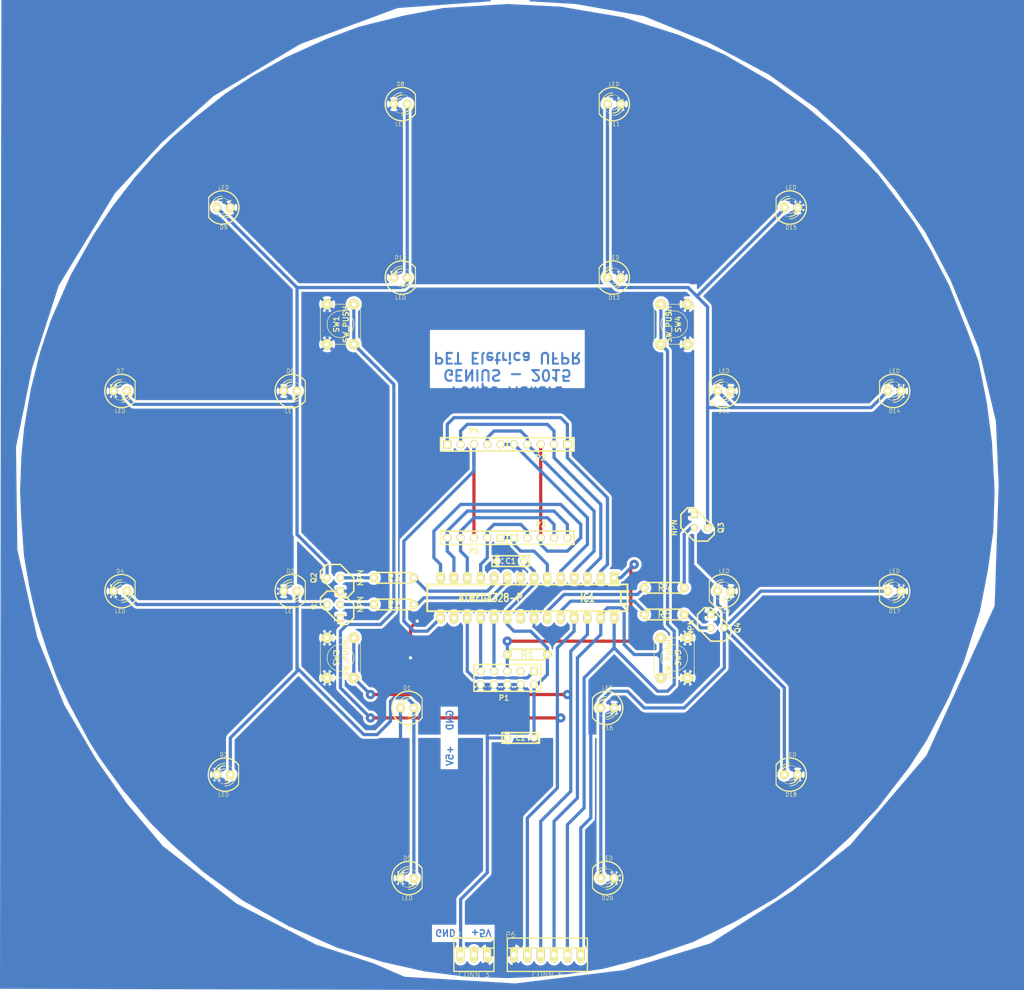
<source format=kicad_pcb>
(kicad_pcb (version 3) (host pcbnew "(2013-03-19 BZR 4004)-stable")
  (layers (15 F.Cu signal) (0 B.Cu signal) (18 B.Paste user) (19 F.Paste user) (20 B.SilkS user) (21 F.SilkS user) (22 B.Mask user) (23 F.Mask user) (28 Edge.Cuts user))
  (net 0 "")
  (net 1 /MISO)
  (net 2 /MOSI)
  (net 3 /RESET)
  (net 4 /SCK)
  (net 5 GND)
  (net 6 N-000001)
  (net 7 N-0000013)
  (net 8 N-0000014)
  (net 9 N-0000015)
  (net 10 N-0000016)
  (net 11 N-0000017)
  (net 12 N-0000019)
  (net 13 N-000002)
  (net 14 N-0000020)
  (net 15 N-0000022)
  (net 16 N-0000023)
  (net 17 N-0000026)
  (net 18 N-0000028)
  (net 19 N-0000029)
  (net 20 N-000003)
  (net 21 N-0000030)
  (net 22 N-0000031)
  (net 23 N-0000032)
  (net 24 N-0000033)
  (net 25 N-0000034)
  (net 26 N-0000036)
  (net 27 N-000004)
  (net 28 N-000005)
  (net 29 N-000006)
  (net 30 N-000007)
  (net 31 N-000008)
  (net 32 VCC)
  (module TO92 (layer F.Cu) (at 146.05 124.714 90)
    (fp_text reference Q4 (at -1.27 3.81 90) (layer F.SilkS) (effects (font (size 1.016 1.016) (thickness 0.2032))))
    (fp_text value NPN (at -1.27 -5.08 90) (layer F.SilkS) (effects (font (size 1.016 1.016) (thickness 0.2032))))
    (pad 1 thru_hole rect (at 1.27 -1.27 90) (size 1.397 1.397) (drill 0.812799) (layers *.Cu *.Mask F.SilkS) (net 5 GND))
    (pad 2 thru_hole circle (at -1.27 -1.27 90) (size 1.397 1.397) (drill 0.812799) (layers *.Cu *.Mask F.SilkS) (net 28 N-000005))
    (pad 3 thru_hole circle (at -1.27 1.27 90) (size 1.397 1.397) (drill 0.812799) (layers *.Cu *.Mask F.SilkS) (net 14 N-0000020))
  )
  (module TO92 (layer F.Cu) (at 142.875 105.664 90)
    (fp_text reference Q3 (at -1.27 3.81 90) (layer F.SilkS) (effects (font (size 1.016 1.016) (thickness 0.2032))))
    (fp_text value NPN (at -1.27 -5.08 90) (layer F.SilkS) (effects (font (size 1.016 1.016) (thickness 0.2032))))
    (pad 1 thru_hole rect (at 1.27 -1.27 90) (size 1.397 1.397) (drill 0.812799) (layers *.Cu *.Mask F.SilkS) (net 5 GND))
    (pad 2 thru_hole circle (at -1.27 -1.27 90) (size 1.397 1.397) (drill 0.812799) (layers *.Cu *.Mask F.SilkS) (net 27 N-000004))
    (pad 3 thru_hole circle (at -1.27 1.27 90) (size 1.397 1.397) (drill 0.812799) (layers *.Cu *.Mask F.SilkS) (net 12 N-0000019))
  )
  (module TO92 (layer F.Cu) (at 73.025 122.809 270)
    (fp_text reference Q1 (at -1.27 3.81 270) (layer F.SilkS) (effects (font (size 1.016 1.016) (thickness 0.2032))))
    (fp_text value NPN (at -1.27 -5.08 270) (layer F.SilkS) (effects (font (size 1.016 1.016) (thickness 0.2032))))
    (pad 1 thru_hole rect (at 1.27 -1.27 270) (size 1.397 1.397) (drill 0.812799) (layers *.Cu *.Mask F.SilkS) (net 5 GND))
    (pad 2 thru_hole circle (at -1.27 -1.27 270) (size 1.397 1.397) (drill 0.812799) (layers *.Cu *.Mask F.SilkS) (net 13 N-000002))
    (pad 3 thru_hole circle (at -1.27 1.27 270) (size 1.397 1.397) (drill 0.812799) (layers *.Cu *.Mask F.SilkS) (net 11 N-0000017))
  )
  (module TO92 (layer F.Cu) (at 73.025 117.729 270)
    (fp_text reference Q2 (at -1.27 3.81 270) (layer F.SilkS) (effects (font (size 1.016 1.016) (thickness 0.2032))))
    (fp_text value NPN (at -1.27 -5.08 270) (layer F.SilkS) (effects (font (size 1.016 1.016) (thickness 0.2032))))
    (pad 1 thru_hole rect (at 1.27 -1.27 270) (size 1.397 1.397) (drill 0.812799) (layers *.Cu *.Mask F.SilkS) (net 5 GND))
    (pad 2 thru_hole circle (at -1.27 -1.27 270) (size 1.397 1.397) (drill 0.812799) (layers *.Cu *.Mask F.SilkS) (net 20 N-000003))
    (pad 3 thru_hole circle (at -1.27 1.27 270) (size 1.397 1.397) (drill 0.812799) (layers *.Cu *.Mask F.SilkS) (net 10 N-0000016))
  )
  (module SW_PUSH_SMALL (layer F.Cu) (at 74.295 68.199 90)
    (fp_text reference SW1 (at 0 -0.762 90) (layer F.SilkS) (effects (font (size 1.016 1.016) (thickness 0.2032))))
    (fp_text value SW_PUSH (at 0 1.016 90) (layer F.SilkS) (effects (font (size 1.016 1.016) (thickness 0.2032))))
    (pad 1 thru_hole circle (at 3.81 -2.54 90) (size 2.032 2.032) (drill 0.812799) (layers *.Cu *.Mask F.SilkS) (net 5 GND))
    (pad 2 thru_hole circle (at 3.81 2.54 90) (size 2.032 2.032) (drill 0.812799) (layers *.Cu *.Mask F.SilkS) (net 29 N-000006))
    (pad 1 thru_hole circle (at -3.81 -2.54 90) (size 2.032 2.032) (drill 0.812799) (layers *.Cu *.Mask F.SilkS) (net 5 GND))
    (pad 2 thru_hole circle (at -3.81 2.54 90) (size 2.032 2.032) (drill 0.812799) (layers *.Cu *.Mask F.SilkS) (net 29 N-000006))
  )
  (module SW_PUSH_SMALL (layer F.Cu) (at 74.295 131.699 90)
    (fp_text reference SW2 (at 0 -0.762 90) (layer F.SilkS) (effects (font (size 1.016 1.016) (thickness 0.2032))))
    (fp_text value SW_PUSH (at 0 1.016 90) (layer F.SilkS) (effects (font (size 1.016 1.016) (thickness 0.2032))))
    (pad 1 thru_hole circle (at 3.81 -2.54 90) (size 2.032 2.032) (drill 0.812799) (layers *.Cu *.Mask F.SilkS) (net 5 GND))
    (pad 2 thru_hole circle (at 3.81 2.54 90) (size 2.032 2.032) (drill 0.812799) (layers *.Cu *.Mask F.SilkS) (net 30 N-000007))
    (pad 1 thru_hole circle (at -3.81 -2.54 90) (size 2.032 2.032) (drill 0.812799) (layers *.Cu *.Mask F.SilkS) (net 5 GND))
    (pad 2 thru_hole circle (at -3.81 2.54 90) (size 2.032 2.032) (drill 0.812799) (layers *.Cu *.Mask F.SilkS) (net 30 N-000007))
  )
  (module SW_PUSH_SMALL (layer F.Cu) (at 137.795 131.699 270)
    (fp_text reference SW3 (at 0 -0.762 270) (layer F.SilkS) (effects (font (size 1.016 1.016) (thickness 0.2032))))
    (fp_text value SW_PUSH (at 0 1.016 270) (layer F.SilkS) (effects (font (size 1.016 1.016) (thickness 0.2032))))
    (pad 1 thru_hole circle (at 3.81 -2.54 270) (size 2.032 2.032) (drill 0.812799) (layers *.Cu *.Mask F.SilkS) (net 5 GND))
    (pad 2 thru_hole circle (at 3.81 2.54 270) (size 2.032 2.032) (drill 0.812799) (layers *.Cu *.Mask F.SilkS) (net 31 N-000008))
    (pad 1 thru_hole circle (at -3.81 -2.54 270) (size 2.032 2.032) (drill 0.812799) (layers *.Cu *.Mask F.SilkS) (net 5 GND))
    (pad 2 thru_hole circle (at -3.81 2.54 270) (size 2.032 2.032) (drill 0.812799) (layers *.Cu *.Mask F.SilkS) (net 31 N-000008))
  )
  (module SW_PUSH_SMALL (layer F.Cu) (at 137.795 68.199 270)
    (fp_text reference SW4 (at 0 -0.762 270) (layer F.SilkS) (effects (font (size 1.016 1.016) (thickness 0.2032))))
    (fp_text value SW_PUSH (at 0 1.016 270) (layer F.SilkS) (effects (font (size 1.016 1.016) (thickness 0.2032))))
    (pad 1 thru_hole circle (at 3.81 -2.54 270) (size 2.032 2.032) (drill 0.812799) (layers *.Cu *.Mask F.SilkS) (net 5 GND))
    (pad 2 thru_hole circle (at 3.81 2.54 270) (size 2.032 2.032) (drill 0.812799) (layers *.Cu *.Mask F.SilkS) (net 16 N-0000023))
    (pad 1 thru_hole circle (at -3.81 -2.54 270) (size 2.032 2.032) (drill 0.812799) (layers *.Cu *.Mask F.SilkS) (net 5 GND))
    (pad 2 thru_hole circle (at -3.81 2.54 270) (size 2.032 2.032) (drill 0.812799) (layers *.Cu *.Mask F.SilkS) (net 16 N-0000023))
  )
  (module R3-LARGE_PADS (layer F.Cu) (at 109.855 131.064)
    (fp_text reference R1 (at 0 0) (layer F.SilkS) (effects (font (size 1.397 1.27) (thickness 0.2032))))
    (fp_text value 10k hide)
    (pad 1 thru_hole circle (at -3.81 0) (size 1.651 1.651) (drill 0.812799) (layers *.Cu *.Mask F.SilkS) (net 3 /RESET))
    (pad 2 thru_hole circle (at 3.81 0) (size 1.651 1.651) (drill 0.812799) (layers *.Cu *.Mask F.SilkS) (net 32 VCC))
  )
  (module R3-LARGE_PADS (layer F.Cu) (at 84.455 121.539)
    (fp_text reference R2 (at 0 0) (layer F.SilkS) (effects (font (size 1.397 1.27) (thickness 0.2032))))
    (fp_text value 100 hide)
    (pad 1 thru_hole circle (at -3.81 0) (size 1.651 1.651) (drill 0.812799) (layers *.Cu *.Mask F.SilkS) (net 13 N-000002))
    (pad 2 thru_hole circle (at 3.81 0) (size 1.651 1.651) (drill 0.812799) (layers *.Cu *.Mask F.SilkS) (net 6 N-000001))
  )
  (module R3-LARGE_PADS (layer F.Cu) (at 84.455 116.459)
    (fp_text reference R3 (at 0 0) (layer F.SilkS) (effects (font (size 1.397 1.27) (thickness 0.2032))))
    (fp_text value 100 hide)
    (pad 1 thru_hole circle (at -3.81 0) (size 1.651 1.651) (drill 0.812799) (layers *.Cu *.Mask F.SilkS) (net 20 N-000003))
    (pad 2 thru_hole circle (at 3.81 0) (size 1.651 1.651) (drill 0.812799) (layers *.Cu *.Mask F.SilkS) (net 9 N-0000015))
  )
  (module R3-LARGE_PADS (layer F.Cu) (at 135.89 118.364 180)
    (fp_text reference R4 (at 0 0 180) (layer F.SilkS) (effects (font (size 1.397 1.27) (thickness 0.2032))))
    (fp_text value 100 hide)
    (pad 1 thru_hole circle (at -3.81 0 180) (size 1.651 1.651) (drill 0.812799) (layers *.Cu *.Mask F.SilkS) (net 27 N-000004))
    (pad 2 thru_hole circle (at 3.81 0 180) (size 1.651 1.651) (drill 0.812799) (layers *.Cu *.Mask F.SilkS) (net 8 N-0000014))
  )
  (module R3-LARGE_PADS (layer F.Cu) (at 135.89 123.444)
    (fp_text reference R5 (at 0 0) (layer F.SilkS) (effects (font (size 1.397 1.27) (thickness 0.2032))))
    (fp_text value 100 hide)
    (pad 1 thru_hole circle (at -3.81 0) (size 1.651 1.651) (drill 0.812799) (layers *.Cu *.Mask F.SilkS) (net 7 N-0000013))
    (pad 2 thru_hole circle (at 3.81 0) (size 1.651 1.651) (drill 0.812799) (layers *.Cu *.Mask F.SilkS) (net 28 N-000005))
  )
  (module PINHEAD1-6 (layer F.Cu) (at 113.665 188.214)
    (fp_text reference P6 (at -6.985 -3.81) (layer F.SilkS) (effects (font (size 1.016 1.016) (thickness 0.0889))))
    (fp_text value CONN_6 (at 0 3.81) (layer F.SilkS) (effects (font (size 1.016 1.016) (thickness 0.0889))))
    (pad 1 thru_hole oval (at -6.35 0) (size 1.50622 3.01498) (drill 0.998218) (layers *.Cu F.Paste F.SilkS F.Mask) (net 32 VCC))
    (pad 2 thru_hole oval (at -3.81 0) (size 1.50622 3.01498) (drill 0.998218) (layers *.Cu F.Paste F.SilkS F.Mask) (net 29 N-000006))
    (pad 3 thru_hole oval (at -1.27 0) (size 1.50622 3.01498) (drill 0.998218) (layers *.Cu F.Paste F.SilkS F.Mask) (net 30 N-000007))
    (pad 4 thru_hole oval (at 1.27 0) (size 1.50622 3.01498) (drill 0.998218) (layers *.Cu F.Paste F.SilkS F.Mask) (net 31 N-000008))
    (pad 5 thru_hole oval (at 3.81 0) (size 1.50622 3.01498) (drill 0.998218) (layers *.Cu F.Paste F.SilkS F.Mask) (net 16 N-0000023))
    (pad 6 thru_hole oval (at 6.35 0) (size 1.50622 3.01498) (drill 0.998218) (layers *.Cu F.Paste F.SilkS F.Mask) (net 5 GND))
  )
  (module PINHEAD1-3 (layer F.Cu) (at 99.695 188.214)
    (fp_text reference K1 (at -3.175 -3.81) (layer F.SilkS) (effects (font (size 1.016 1.016) (thickness 0.0889))))
    (fp_text value CONN_3 (at 0 3.81) (layer F.SilkS) (effects (font (size 1.016 1.016) (thickness 0.0889))))
    (pad 1 thru_hole oval (at -2.54 0) (size 1.50622 3.01498) (drill 0.998218) (layers *.Cu F.Paste F.SilkS F.Mask) (net 5 GND))
    (pad 2 thru_hole oval (at 0 0) (size 1.50622 3.01498) (drill 0.998218) (layers *.Cu F.Paste F.SilkS F.Mask))
    (pad 3 thru_hole oval (at 2.54 0) (size 1.50622 3.01498) (drill 0.998218) (layers *.Cu F.Paste F.SilkS F.Mask) (net 32 VCC))
  )
  (module PIN_ARRAY_5x2 (layer F.Cu) (at 106.045 135.509 180)
    (fp_text reference P1 (at 0.635 -3.81 180) (layer F.SilkS) (effects (font (size 1.016 1.016) (thickness 0.2032))))
    (fp_text value CONN_5X2 hide)
    (pad 1 thru_hole rect (at -5.08 1.27 180) (size 1.524 1.524) (drill 1.016) (layers *.Cu *.Mask F.SilkS) (net 2 /MOSI))
    (pad 2 thru_hole circle (at -5.08 -1.27 180) (size 1.524 1.524) (drill 1.016) (layers *.Cu *.Mask F.SilkS) (net 32 VCC))
    (pad 3 thru_hole circle (at -2.54 1.27 180) (size 1.524 1.524) (drill 1.016) (layers *.Cu *.Mask F.SilkS))
    (pad 4 thru_hole circle (at -2.54 -1.27 180) (size 1.524 1.524) (drill 1.016) (layers *.Cu *.Mask F.SilkS) (net 5 GND))
    (pad 5 thru_hole circle (at 0 1.27 180) (size 1.524 1.524) (drill 1.016) (layers *.Cu *.Mask F.SilkS) (net 3 /RESET))
    (pad 6 thru_hole circle (at 0 -1.27 180) (size 1.524 1.524) (drill 1.016) (layers *.Cu *.Mask F.SilkS) (net 5 GND))
    (pad 7 thru_hole circle (at 2.54 1.27 180) (size 1.524 1.524) (drill 1.016) (layers *.Cu *.Mask F.SilkS) (net 4 /SCK))
    (pad 8 thru_hole circle (at 2.54 -1.27 180) (size 1.524 1.524) (drill 1.016) (layers *.Cu *.Mask F.SilkS) (net 5 GND))
    (pad 9 thru_hole circle (at 5.08 1.27 180) (size 1.524 1.524) (drill 1.016) (layers *.Cu *.Mask F.SilkS) (net 1 /MISO))
    (pad 10 thru_hole circle (at 5.08 -1.27 180) (size 1.524 1.524) (drill 1.016) (layers *.Cu *.Mask F.SilkS) (net 5 GND))
  )
  (module PIN_ARRAY_5x1 (layer F.Cu) (at 99.695 108.839 180)
    (fp_text reference P5 (at 0 -2.54 180) (layer F.SilkS) (effects (font (size 1.016 1.016) (thickness 0.2032))))
    (fp_text value D77-2A hide)
    (pad 1 thru_hole rect (at -5.08 0 180) (size 1.524 1.524) (drill 1.016) (layers *.Cu *.Mask F.SilkS) (net 18 N-0000028))
    (pad 2 thru_hole circle (at -2.54 0 180) (size 1.524 1.524) (drill 1.016) (layers *.Cu *.Mask F.SilkS) (net 25 N-0000034))
    (pad 3 thru_hole circle (at 0 0 180) (size 1.524 1.524) (drill 1.016) (layers *.Cu *.Mask F.SilkS) (net 26 N-0000036))
    (pad 4 thru_hole circle (at 2.54 0 180) (size 1.524 1.524) (drill 1.016) (layers *.Cu *.Mask F.SilkS) (net 15 N-0000022))
    (pad 5 thru_hole circle (at 5.08 0 180) (size 1.524 1.524) (drill 1.016) (layers *.Cu *.Mask F.SilkS) (net 17 N-0000026))
  )
  (module PIN_ARRAY_5x1 (layer F.Cu) (at 99.695 91.059)
    (fp_text reference P4 (at 0 -2.54) (layer F.SilkS) (effects (font (size 1.016 1.016) (thickness 0.2032))))
    (fp_text value D77-2B hide)
    (pad 1 thru_hole rect (at -5.08 0) (size 1.524 1.524) (drill 1.016) (layers *.Cu *.Mask F.SilkS) (net 22 N-0000031))
    (pad 2 thru_hole circle (at -2.54 0) (size 1.524 1.524) (drill 1.016) (layers *.Cu *.Mask F.SilkS) (net 21 N-0000030))
    (pad 3 thru_hole circle (at 0 0) (size 1.524 1.524) (drill 1.016) (layers *.Cu *.Mask F.SilkS) (net 26 N-0000036))
    (pad 4 thru_hole circle (at 2.54 0) (size 1.524 1.524) (drill 1.016) (layers *.Cu *.Mask F.SilkS) (net 24 N-0000033))
    (pad 5 thru_hole circle (at 5.08 0) (size 1.524 1.524) (drill 1.016) (layers *.Cu *.Mask F.SilkS) (net 19 N-0000029))
  )
  (module PIN_ARRAY_5x1 (layer F.Cu) (at 112.395 108.839)
    (fp_text reference P3 (at 0 -2.54) (layer F.SilkS) (effects (font (size 1.016 1.016) (thickness 0.2032))))
    (fp_text value D77-1A hide)
    (pad 1 thru_hole rect (at -5.08 0) (size 1.524 1.524) (drill 1.016) (layers *.Cu *.Mask F.SilkS) (net 18 N-0000028))
    (pad 2 thru_hole circle (at -2.54 0) (size 1.524 1.524) (drill 1.016) (layers *.Cu *.Mask F.SilkS) (net 25 N-0000034))
    (pad 3 thru_hole circle (at 0 0) (size 1.524 1.524) (drill 1.016) (layers *.Cu *.Mask F.SilkS) (net 23 N-0000032))
    (pad 4 thru_hole circle (at 2.54 0) (size 1.524 1.524) (drill 1.016) (layers *.Cu *.Mask F.SilkS) (net 15 N-0000022))
    (pad 5 thru_hole circle (at 5.08 0) (size 1.524 1.524) (drill 1.016) (layers *.Cu *.Mask F.SilkS) (net 17 N-0000026))
  )
  (module PIN_ARRAY_5x1 (layer F.Cu) (at 112.395 91.059 180)
    (fp_text reference P2 (at 0 -2.54 180) (layer F.SilkS) (effects (font (size 1.016 1.016) (thickness 0.2032))))
    (fp_text value D77-1B hide)
    (pad 1 thru_hole rect (at -5.08 0 180) (size 1.524 1.524) (drill 1.016) (layers *.Cu *.Mask F.SilkS) (net 22 N-0000031))
    (pad 2 thru_hole circle (at -2.54 0 180) (size 1.524 1.524) (drill 1.016) (layers *.Cu *.Mask F.SilkS) (net 21 N-0000030))
    (pad 3 thru_hole circle (at 0 0 180) (size 1.524 1.524) (drill 1.016) (layers *.Cu *.Mask F.SilkS) (net 23 N-0000032))
    (pad 4 thru_hole circle (at 2.54 0 180) (size 1.524 1.524) (drill 1.016) (layers *.Cu *.Mask F.SilkS) (net 24 N-0000033))
    (pad 5 thru_hole circle (at 5.08 0 180) (size 1.524 1.524) (drill 1.016) (layers *.Cu *.Mask F.SilkS) (net 19 N-0000029))
  )
  (module LED-5MM (layer F.Cu) (at 160.02 45.974 180)
    (fp_text reference D15 (at 0 -3.81 180) (layer F.SilkS) (effects (font (size 0.762 0.762) (thickness 0.0889))))
    (fp_text value LED (at 0 3.81 180) (layer F.SilkS) (effects (font (size 0.762 0.762) (thickness 0.0889))))
    (pad 1 thru_hole circle (at -1.27 0 180) (size 1.6764 1.6764) (drill 0.812799) (layers *.Cu *.Mask F.SilkS) (net 32 VCC))
    (pad 2 thru_hole circle (at 1.27 0 180) (size 1.6764 1.6764) (drill 0.812799) (layers *.Cu *.Mask F.SilkS) (net 12 N-0000019))
  )
  (module LED-5MM (layer F.Cu) (at 179.705 80.899 180)
    (fp_text reference D14 (at 0 -3.81 180) (layer F.SilkS) (effects (font (size 0.762 0.762) (thickness 0.0889))))
    (fp_text value LED (at 0 3.81 180) (layer F.SilkS) (effects (font (size 0.762 0.762) (thickness 0.0889))))
    (pad 1 thru_hole circle (at -1.27 0 180) (size 1.6764 1.6764) (drill 0.812799) (layers *.Cu *.Mask F.SilkS) (net 32 VCC))
    (pad 2 thru_hole circle (at 1.27 0 180) (size 1.6764 1.6764) (drill 0.812799) (layers *.Cu *.Mask F.SilkS) (net 12 N-0000019))
  )
  (module LED-5MM (layer F.Cu) (at 147.32 80.899 180)
    (fp_text reference D12 (at 0 -3.81 180) (layer F.SilkS) (effects (font (size 0.762 0.762) (thickness 0.0889))))
    (fp_text value LED (at 0 3.81 180) (layer F.SilkS) (effects (font (size 0.762 0.762) (thickness 0.0889))))
    (pad 1 thru_hole circle (at -1.27 0 180) (size 1.6764 1.6764) (drill 0.812799) (layers *.Cu *.Mask F.SilkS) (net 32 VCC))
    (pad 2 thru_hole circle (at 1.27 0 180) (size 1.6764 1.6764) (drill 0.812799) (layers *.Cu *.Mask F.SilkS) (net 12 N-0000019))
  )
  (module LED-5MM (layer F.Cu) (at 126.365 59.309 180)
    (fp_text reference D13 (at 0 -3.81 180) (layer F.SilkS) (effects (font (size 0.762 0.762) (thickness 0.0889))))
    (fp_text value LED (at 0 3.81 180) (layer F.SilkS) (effects (font (size 0.762 0.762) (thickness 0.0889))))
    (pad 1 thru_hole circle (at -1.27 0 180) (size 1.6764 1.6764) (drill 0.812799) (layers *.Cu *.Mask F.SilkS) (net 32 VCC))
    (pad 2 thru_hole circle (at 1.27 0 180) (size 1.6764 1.6764) (drill 0.812799) (layers *.Cu *.Mask F.SilkS) (net 12 N-0000019))
  )
  (module LED-5MM (layer F.Cu) (at 64.77 118.999)
    (fp_text reference D2 (at 0 -3.81) (layer F.SilkS) (effects (font (size 0.762 0.762) (thickness 0.0889))))
    (fp_text value LED (at 0 3.81) (layer F.SilkS) (effects (font (size 0.762 0.762) (thickness 0.0889))))
    (pad 1 thru_hole circle (at -1.27 0) (size 1.6764 1.6764) (drill 0.812799) (layers *.Cu *.Mask F.SilkS) (net 32 VCC))
    (pad 2 thru_hole circle (at 1.27 0) (size 1.6764 1.6764) (drill 0.812799) (layers *.Cu *.Mask F.SilkS) (net 11 N-0000017))
  )
  (module LED-5MM (layer F.Cu) (at 125.095 141.224 180)
    (fp_text reference D16 (at 0 -3.81 180) (layer F.SilkS) (effects (font (size 0.762 0.762) (thickness 0.0889))))
    (fp_text value LED (at 0 3.81 180) (layer F.SilkS) (effects (font (size 0.762 0.762) (thickness 0.0889))))
    (pad 1 thru_hole circle (at -1.27 0 180) (size 1.6764 1.6764) (drill 0.812799) (layers *.Cu *.Mask F.SilkS) (net 32 VCC))
    (pad 2 thru_hole circle (at 1.27 0 180) (size 1.6764 1.6764) (drill 0.812799) (layers *.Cu *.Mask F.SilkS) (net 14 N-0000020))
  )
  (module LED-5MM (layer F.Cu) (at 179.705 118.999 180)
    (fp_text reference D17 (at 0 -3.81 180) (layer F.SilkS) (effects (font (size 0.762 0.762) (thickness 0.0889))))
    (fp_text value LED (at 0 3.81 180) (layer F.SilkS) (effects (font (size 0.762 0.762) (thickness 0.0889))))
    (pad 1 thru_hole circle (at -1.27 0 180) (size 1.6764 1.6764) (drill 0.812799) (layers *.Cu *.Mask F.SilkS) (net 32 VCC))
    (pad 2 thru_hole circle (at 1.27 0 180) (size 1.6764 1.6764) (drill 0.812799) (layers *.Cu *.Mask F.SilkS) (net 14 N-0000020))
  )
  (module LED-5MM (layer F.Cu) (at 160.02 153.924 180)
    (fp_text reference D18 (at 0 -3.81 180) (layer F.SilkS) (effects (font (size 0.762 0.762) (thickness 0.0889))))
    (fp_text value LED (at 0 3.81 180) (layer F.SilkS) (effects (font (size 0.762 0.762) (thickness 0.0889))))
    (pad 1 thru_hole circle (at -1.27 0 180) (size 1.6764 1.6764) (drill 0.812799) (layers *.Cu *.Mask F.SilkS) (net 32 VCC))
    (pad 2 thru_hole circle (at 1.27 0 180) (size 1.6764 1.6764) (drill 0.812799) (layers *.Cu *.Mask F.SilkS) (net 14 N-0000020))
  )
  (module LED-5MM (layer F.Cu) (at 147.32 118.999 180)
    (fp_text reference D19 (at 0 -3.81 180) (layer F.SilkS) (effects (font (size 0.762 0.762) (thickness 0.0889))))
    (fp_text value LED (at 0 3.81 180) (layer F.SilkS) (effects (font (size 0.762 0.762) (thickness 0.0889))))
    (pad 1 thru_hole circle (at -1.27 0 180) (size 1.6764 1.6764) (drill 0.812799) (layers *.Cu *.Mask F.SilkS) (net 32 VCC))
    (pad 2 thru_hole circle (at 1.27 0 180) (size 1.6764 1.6764) (drill 0.812799) (layers *.Cu *.Mask F.SilkS) (net 14 N-0000020))
  )
  (module LED-5MM (layer F.Cu) (at 125.095 173.609 180)
    (fp_text reference D20 (at 0 -3.81 180) (layer F.SilkS) (effects (font (size 0.762 0.762) (thickness 0.0889))))
    (fp_text value LED (at 0 3.81 180) (layer F.SilkS) (effects (font (size 0.762 0.762) (thickness 0.0889))))
    (pad 1 thru_hole circle (at -1.27 0 180) (size 1.6764 1.6764) (drill 0.812799) (layers *.Cu *.Mask F.SilkS) (net 32 VCC))
    (pad 2 thru_hole circle (at 1.27 0 180) (size 1.6764 1.6764) (drill 0.812799) (layers *.Cu *.Mask F.SilkS) (net 14 N-0000020))
  )
  (module LED-5MM (layer F.Cu) (at 126.365 26.289 180)
    (fp_text reference D11 (at 0 -3.81 180) (layer F.SilkS) (effects (font (size 0.762 0.762) (thickness 0.0889))))
    (fp_text value LED (at 0 3.81 180) (layer F.SilkS) (effects (font (size 0.762 0.762) (thickness 0.0889))))
    (pad 1 thru_hole circle (at -1.27 0 180) (size 1.6764 1.6764) (drill 0.812799) (layers *.Cu *.Mask F.SilkS) (net 32 VCC))
    (pad 2 thru_hole circle (at 1.27 0 180) (size 1.6764 1.6764) (drill 0.812799) (layers *.Cu *.Mask F.SilkS) (net 12 N-0000019))
  )
  (module LED-5MM (layer F.Cu) (at 85.725 59.309)
    (fp_text reference D10 (at 0 -3.81) (layer F.SilkS) (effects (font (size 0.762 0.762) (thickness 0.0889))))
    (fp_text value LED (at 0 3.81) (layer F.SilkS) (effects (font (size 0.762 0.762) (thickness 0.0889))))
    (pad 1 thru_hole circle (at -1.27 0) (size 1.6764 1.6764) (drill 0.812799) (layers *.Cu *.Mask F.SilkS) (net 32 VCC))
    (pad 2 thru_hole circle (at 1.27 0) (size 1.6764 1.6764) (drill 0.812799) (layers *.Cu *.Mask F.SilkS) (net 10 N-0000016))
  )
  (module LED-5MM (layer F.Cu) (at 52.07 45.974 180)
    (fp_text reference D9 (at 0 -3.81 180) (layer F.SilkS) (effects (font (size 0.762 0.762) (thickness 0.0889))))
    (fp_text value LED (at 0 3.81 180) (layer F.SilkS) (effects (font (size 0.762 0.762) (thickness 0.0889))))
    (pad 1 thru_hole circle (at -1.27 0 180) (size 1.6764 1.6764) (drill 0.812799) (layers *.Cu *.Mask F.SilkS) (net 32 VCC))
    (pad 2 thru_hole circle (at 1.27 0 180) (size 1.6764 1.6764) (drill 0.812799) (layers *.Cu *.Mask F.SilkS) (net 10 N-0000016))
  )
  (module LED-5MM (layer F.Cu) (at 85.725 26.289)
    (fp_text reference D8 (at 0 -3.81) (layer F.SilkS) (effects (font (size 0.762 0.762) (thickness 0.0889))))
    (fp_text value LED (at 0 3.81) (layer F.SilkS) (effects (font (size 0.762 0.762) (thickness 0.0889))))
    (pad 1 thru_hole circle (at -1.27 0) (size 1.6764 1.6764) (drill 0.812799) (layers *.Cu *.Mask F.SilkS) (net 32 VCC))
    (pad 2 thru_hole circle (at 1.27 0) (size 1.6764 1.6764) (drill 0.812799) (layers *.Cu *.Mask F.SilkS) (net 10 N-0000016))
  )
  (module LED-5MM (layer F.Cu) (at 32.385 80.899)
    (fp_text reference D7 (at 0 -3.81) (layer F.SilkS) (effects (font (size 0.762 0.762) (thickness 0.0889))))
    (fp_text value LED (at 0 3.81) (layer F.SilkS) (effects (font (size 0.762 0.762) (thickness 0.0889))))
    (pad 1 thru_hole circle (at -1.27 0) (size 1.6764 1.6764) (drill 0.812799) (layers *.Cu *.Mask F.SilkS) (net 32 VCC))
    (pad 2 thru_hole circle (at 1.27 0) (size 1.6764 1.6764) (drill 0.812799) (layers *.Cu *.Mask F.SilkS) (net 10 N-0000016))
  )
  (module LED-5MM (layer F.Cu) (at 64.77 80.899)
    (fp_text reference D6 (at 0 -3.81) (layer F.SilkS) (effects (font (size 0.762 0.762) (thickness 0.0889))))
    (fp_text value LED (at 0 3.81) (layer F.SilkS) (effects (font (size 0.762 0.762) (thickness 0.0889))))
    (pad 1 thru_hole circle (at -1.27 0) (size 1.6764 1.6764) (drill 0.812799) (layers *.Cu *.Mask F.SilkS) (net 32 VCC))
    (pad 2 thru_hole circle (at 1.27 0) (size 1.6764 1.6764) (drill 0.812799) (layers *.Cu *.Mask F.SilkS) (net 10 N-0000016))
  )
  (module LED-5MM (layer F.Cu) (at 86.995 173.609)
    (fp_text reference D5 (at 0 -3.81) (layer F.SilkS) (effects (font (size 0.762 0.762) (thickness 0.0889))))
    (fp_text value LED (at 0 3.81) (layer F.SilkS) (effects (font (size 0.762 0.762) (thickness 0.0889))))
    (pad 1 thru_hole circle (at -1.27 0) (size 1.6764 1.6764) (drill 0.812799) (layers *.Cu *.Mask F.SilkS) (net 32 VCC))
    (pad 2 thru_hole circle (at 1.27 0) (size 1.6764 1.6764) (drill 0.812799) (layers *.Cu *.Mask F.SilkS) (net 11 N-0000017))
  )
  (module LED-5MM (layer F.Cu) (at 32.385 118.999)
    (fp_text reference D4 (at 0 -3.81) (layer F.SilkS) (effects (font (size 0.762 0.762) (thickness 0.0889))))
    (fp_text value LED (at 0 3.81) (layer F.SilkS) (effects (font (size 0.762 0.762) (thickness 0.0889))))
    (pad 1 thru_hole circle (at -1.27 0) (size 1.6764 1.6764) (drill 0.812799) (layers *.Cu *.Mask F.SilkS) (net 32 VCC))
    (pad 2 thru_hole circle (at 1.27 0) (size 1.6764 1.6764) (drill 0.812799) (layers *.Cu *.Mask F.SilkS) (net 11 N-0000017))
  )
  (module LED-5MM (layer F.Cu) (at 52.07 153.924)
    (fp_text reference D3 (at 0 -3.81) (layer F.SilkS) (effects (font (size 0.762 0.762) (thickness 0.0889))))
    (fp_text value LED (at 0 3.81) (layer F.SilkS) (effects (font (size 0.762 0.762) (thickness 0.0889))))
    (pad 1 thru_hole circle (at -1.27 0) (size 1.6764 1.6764) (drill 0.812799) (layers *.Cu *.Mask F.SilkS) (net 32 VCC))
    (pad 2 thru_hole circle (at 1.27 0) (size 1.6764 1.6764) (drill 0.812799) (layers *.Cu *.Mask F.SilkS) (net 11 N-0000017))
  )
  (module LED-5MM (layer F.Cu) (at 86.995 141.224)
    (fp_text reference D1 (at 0 -3.81) (layer F.SilkS) (effects (font (size 0.762 0.762) (thickness 0.0889))))
    (fp_text value LED (at 0 3.81) (layer F.SilkS) (effects (font (size 0.762 0.762) (thickness 0.0889))))
    (pad 1 thru_hole circle (at -1.27 0) (size 1.6764 1.6764) (drill 0.812799) (layers *.Cu *.Mask F.SilkS) (net 32 VCC))
    (pad 2 thru_hole circle (at 1.27 0) (size 1.6764 1.6764) (drill 0.812799) (layers *.Cu *.Mask F.SilkS) (net 11 N-0000017))
  )
  (module DIP-28__300_ELL (layer F.Cu) (at 109.855 120.269 180)
    (fp_text reference IC1 (at -11.43 0 180) (layer F.SilkS) (effects (font (size 1.524 1.143) (thickness 0.3048))))
    (fp_text value ATMEGA328-P (at 6.985 0 180) (layer F.SilkS) (effects (font (size 1.524 1.143) (thickness 0.3048))))
    (pad 2 thru_hole oval (at -13.97 3.81 180) (size 1.5748 2.286) (drill 0.812799) (layers *.Cu *.Mask F.SilkS) (net 22 N-0000031))
    (pad 3 thru_hole oval (at -11.43 3.81 180) (size 1.5748 2.286) (drill 0.812799) (layers *.Cu *.Mask F.SilkS) (net 21 N-0000030))
    (pad 4 thru_hole oval (at -8.89 3.81 180) (size 1.5748 2.286) (drill 0.812799) (layers *.Cu *.Mask F.SilkS) (net 24 N-0000033))
    (pad 5 thru_hole oval (at -6.35 3.81 180) (size 1.5748 2.286) (drill 0.812799) (layers *.Cu *.Mask F.SilkS) (net 19 N-0000029))
    (pad 6 thru_hole oval (at -3.81 3.81 180) (size 1.5748 2.286) (drill 0.812799) (layers *.Cu *.Mask F.SilkS) (net 18 N-0000028))
    (pad 7 thru_hole oval (at -1.27 3.81 180) (size 1.5748 2.286) (drill 0.812799) (layers *.Cu *.Mask F.SilkS) (net 32 VCC))
    (pad 8 thru_hole oval (at 1.27 3.81 180) (size 1.5748 2.286) (drill 0.812799) (layers *.Cu *.Mask F.SilkS) (net 5 GND))
    (pad 9 thru_hole oval (at 3.81 3.81 180) (size 1.5748 2.286) (drill 0.812799) (layers *.Cu *.Mask F.SilkS) (net 6 N-000001))
    (pad 10 thru_hole oval (at 6.35 3.81 180) (size 1.5748 2.286) (drill 0.812799) (layers *.Cu *.Mask F.SilkS) (net 9 N-0000015))
    (pad 11 thru_hole oval (at 8.89 3.81 180) (size 1.5748 2.286) (drill 0.812799) (layers *.Cu *.Mask F.SilkS) (net 25 N-0000034))
    (pad 12 thru_hole oval (at 11.43 3.81 180) (size 1.5748 2.286) (drill 0.812799) (layers *.Cu *.Mask F.SilkS) (net 15 N-0000022))
    (pad 13 thru_hole oval (at 13.97 3.81 180) (size 1.5748 2.286) (drill 0.812799) (layers *.Cu *.Mask F.SilkS) (net 17 N-0000026))
    (pad 14 thru_hole oval (at 16.51 3.81 180) (size 1.5748 2.286) (drill 0.812799) (layers *.Cu *.Mask F.SilkS) (net 23 N-0000032))
    (pad 1 thru_hole rect (at -16.51 3.81 180) (size 1.5748 2.286) (drill 0.812799) (layers *.Cu *.Mask F.SilkS) (net 3 /RESET))
    (pad 15 thru_hole oval (at 16.51 -3.81 180) (size 1.5748 2.286) (drill 0.812799) (layers *.Cu *.Mask F.SilkS) (net 26 N-0000036))
    (pad 16 thru_hole oval (at 13.97 -3.81 180) (size 1.5748 2.286) (drill 0.812799) (layers *.Cu *.Mask F.SilkS))
    (pad 17 thru_hole oval (at 11.43 -3.81 180) (size 1.5748 2.286) (drill 0.812799) (layers *.Cu *.Mask F.SilkS) (net 2 /MOSI))
    (pad 18 thru_hole oval (at 8.89 -3.81 180) (size 1.5748 2.286) (drill 0.812799) (layers *.Cu *.Mask F.SilkS) (net 1 /MISO))
    (pad 19 thru_hole oval (at 6.35 -3.81 180) (size 1.5748 2.286) (drill 0.812799) (layers *.Cu *.Mask F.SilkS) (net 4 /SCK))
    (pad 20 thru_hole oval (at 3.81 -3.81 180) (size 1.5748 2.286) (drill 0.812799) (layers *.Cu *.Mask F.SilkS) (net 32 VCC))
    (pad 21 thru_hole oval (at 1.27 -3.81 180) (size 1.5748 2.286) (drill 0.812799) (layers *.Cu *.Mask F.SilkS))
    (pad 22 thru_hole oval (at -1.27 -3.81 180) (size 1.5748 2.286) (drill 0.812799) (layers *.Cu *.Mask F.SilkS) (net 5 GND))
    (pad 23 thru_hole oval (at -3.81 -3.81 180) (size 1.5748 2.286) (drill 0.812799) (layers *.Cu *.Mask F.SilkS) (net 8 N-0000014))
    (pad 24 thru_hole oval (at -6.35 -3.81 180) (size 1.5748 2.286) (drill 0.812799) (layers *.Cu *.Mask F.SilkS) (net 7 N-0000013))
    (pad 25 thru_hole oval (at -8.89 -3.81 180) (size 1.5748 2.286) (drill 0.812799) (layers *.Cu *.Mask F.SilkS) (net 29 N-000006))
    (pad 26 thru_hole oval (at -11.43 -3.81 180) (size 1.5748 2.286) (drill 0.812799) (layers *.Cu *.Mask F.SilkS) (net 30 N-000007))
    (pad 27 thru_hole oval (at -13.97 -3.81 180) (size 1.5748 2.286) (drill 0.812799) (layers *.Cu *.Mask F.SilkS) (net 31 N-000008))
    (pad 28 thru_hole oval (at -16.51 -3.81 180) (size 1.5748 2.286) (drill 0.812799) (layers *.Cu *.Mask F.SilkS) (net 16 N-0000023))
  )
  (module C2 (layer F.Cu) (at 106.68 113.284 180)
    (fp_text reference C1 (at 0 0 180) (layer F.SilkS) (effects (font (size 1.016 1.016) (thickness 0.2032))))
    (fp_text value C hide)
    (pad 1 thru_hole circle (at -2.54 0 180) (size 1.397 1.397) (drill 0.812799) (layers *.Cu *.Mask F.SilkS) (net 32 VCC))
    (pad 2 thru_hole circle (at 2.54 0 180) (size 1.397 1.397) (drill 0.812799) (layers *.Cu *.Mask F.SilkS) (net 5 GND))
  )
  (module C2 (layer F.Cu) (at 108.585 146.939 180)
    (fp_text reference C2 (at 0 0 180) (layer F.SilkS) (effects (font (size 1.016 1.016) (thickness 0.2032))))
    (fp_text value C hide)
    (pad 1 thru_hole circle (at -2.54 0 180) (size 1.397 1.397) (drill 0.812799) (layers *.Cu *.Mask F.SilkS) (net 32 VCC))
    (pad 2 thru_hole circle (at 2.54 0 180) (size 1.397 1.397) (drill 0.812799) (layers *.Cu *.Mask F.SilkS) (net 5 GND))
  )
  (gr_text "GND   +5V" (at 95.123 146.939 90) (layer B.Cu) (effects (font (size 1.27 1.27) (thickness 0.25)) (justify mirror)))
  (gr_text "GND   +5V" (at 97.663 184.023 180) (layer B.Cu) (effects (font (size 1.27 1.27) (thickness 0.25)) (justify mirror)))
  (gr_text "Felipe Makara\nGENIUS - 2015\nPET Eletrica UFPR" (at 106.045 77.851 180) (layer B.Cu) (effects (font (size 2.032 2.032) (thickness 0.381)) (justify mirror)))
  (segment (start 100.965 134.239) (end 100.965 124.079) (width 0.6096) (layer B.Cu) (net 1))
  (segment (start 102.87 135.509) (end 101.6 135.509) (width 0.6096) (layer B.Cu) (net 2))
  (segment (start 105.41 135.509) (end 104.14 135.509) (width 0.6096) (layer B.Cu) (net 2))
  (segment (start 107.95 135.509) (end 106.68 135.509) (width 0.6096) (layer B.Cu) (net 2))
  (segment (start 109.22 135.509) (end 107.95 135.509) (width 0.4064) (layer B.Cu) (net 2))
  (segment (start 106.68 135.509) (end 105.41 135.509) (width 0.4064) (layer B.Cu) (net 2))
  (segment (start 104.14 135.509) (end 102.87 135.509) (width 0.4064) (layer B.Cu) (net 2))
  (segment (start 101.6 135.509) (end 100.33 135.509) (width 0.4064) (layer B.Cu) (net 2))
  (segment (start 111.125 134.239) (end 109.855 135.509) (width 0.6096) (layer B.Cu) (net 2))
  (segment (start 109.22 135.509) (end 109.855 135.509) (width 0.6096) (layer B.Cu) (net 2))
  (segment (start 98.425 134.239) (end 99.695 135.509) (width 0.6096) (layer B.Cu) (net 2))
  (segment (start 99.695 135.509) (end 100.33 135.509) (width 0.6096) (layer B.Cu) (net 2))
  (segment (start 98.425 134.239) (end 98.425 124.079) (width 0.6096) (layer B.Cu) (net 2))
  (segment (start 126.365 116.459) (end 127.635 116.459) (width 0.6096) (layer B.Cu) (net 3))
  (segment (start 129.54 114.554) (end 129.54 128.524) (width 0.6096) (layer F.Cu) (net 3))
  (segment (start 130.175 113.919) (end 129.54 114.554) (width 0.6096) (layer F.Cu) (net 3))
  (via (at 130.175 113.919) (size 1.778) (layers F.Cu B.Cu) (net 3))
  (segment (start 127.635 116.459) (end 130.175 113.919) (width 0.6096) (layer B.Cu) (net 3))
  (via (at 106.045 128.524) (size 1.778) (layers F.Cu B.Cu) (net 3))
  (segment (start 106.045 128.524) (end 106.045 131.064) (width 0.6096) (layer B.Cu) (net 3))
  (segment (start 129.54 128.524) (end 106.045 128.524) (width 0.6096) (layer F.Cu) (net 3))
  (segment (start 106.045 131.064) (end 106.045 134.239) (width 0.6096) (layer B.Cu) (net 3))
  (segment (start 103.505 134.239) (end 103.505 124.079) (width 0.6096) (layer B.Cu) (net 4))
  (segment (start 106.045 146.939) (end 102.235 146.939) (width 0.6096) (layer B.Cu) (net 5))
  (segment (start 111.125 124.079) (end 111.125 121.539) (width 0.6096) (layer B.Cu) (net 5))
  (segment (start 133.35 68.199) (end 130.175 65.024) (width 0.6096) (layer B.Cu) (net 5))
  (segment (start 133.35 113.284) (end 133.35 68.199) (width 0.6096) (layer B.Cu) (net 5))
  (segment (start 128.27 118.364) (end 133.35 113.284) (width 0.6096) (layer B.Cu) (net 5))
  (segment (start 114.3 118.364) (end 128.27 118.364) (width 0.6096) (layer B.Cu) (net 5))
  (segment (start 111.125 121.539) (end 114.3 118.364) (width 0.6096) (layer B.Cu) (net 5))
  (segment (start 120.015 188.214) (end 120.015 164.084) (width 0.6096) (layer B.Cu) (net 5))
  (segment (start 140.335 136.779) (end 140.335 135.509) (width 0.6096) (layer B.Cu) (net 5))
  (segment (start 137.795 139.319) (end 140.335 136.779) (width 0.6096) (layer B.Cu) (net 5))
  (segment (start 132.715 139.319) (end 137.795 139.319) (width 0.6096) (layer B.Cu) (net 5))
  (segment (start 128.27 134.874) (end 132.715 139.319) (width 0.6096) (layer B.Cu) (net 5))
  (segment (start 124.46 134.874) (end 128.27 134.874) (width 0.6096) (layer B.Cu) (net 5))
  (segment (start 121.92 137.414) (end 124.46 134.874) (width 0.6096) (layer B.Cu) (net 5))
  (segment (start 121.92 162.179) (end 121.92 137.414) (width 0.6096) (layer B.Cu) (net 5))
  (segment (start 120.015 164.084) (end 121.92 162.179) (width 0.6096) (layer B.Cu) (net 5))
  (segment (start 71.755 135.509) (end 71.755 137.414) (width 0.6096) (layer B.Cu) (net 5))
  (segment (start 81.915 137.414) (end 87.63 131.699) (width 0.6096) (layer B.Cu) (net 5))
  (segment (start 81.915 143.764) (end 81.915 137.414) (width 0.6096) (layer B.Cu) (net 5))
  (segment (start 80.645 145.034) (end 81.915 143.764) (width 0.6096) (layer B.Cu) (net 5))
  (segment (start 79.375 145.034) (end 80.645 145.034) (width 0.6096) (layer B.Cu) (net 5))
  (segment (start 71.755 137.414) (end 79.375 145.034) (width 0.6096) (layer B.Cu) (net 5))
  (segment (start 140.335 64.389) (end 138.303 62.357) (width 0.6096) (layer B.Cu) (net 5))
  (segment (start 73.66 62.484) (end 71.755 64.389) (width 0.6096) (layer B.Cu) (net 5))
  (segment (start 78.74 62.484) (end 73.66 62.484) (width 0.6096) (layer B.Cu) (net 5))
  (segment (start 81.28 65.024) (end 78.74 62.484) (width 0.6096) (layer B.Cu) (net 5))
  (segment (start 130.81 65.024) (end 130.175 65.024) (width 0.6096) (layer B.Cu) (net 5))
  (segment (start 130.175 65.024) (end 81.28 65.024) (width 0.6096) (layer B.Cu) (net 5))
  (segment (start 133.477 62.357) (end 130.81 65.024) (width 0.6096) (layer B.Cu) (net 5))
  (segment (start 138.303 62.357) (end 133.477 62.357) (width 0.6096) (layer B.Cu) (net 5))
  (segment (start 144.78 123.444) (end 143.51 123.444) (width 0.6096) (layer B.Cu) (net 5))
  (segment (start 140.97 120.904) (end 137.795 120.904) (width 0.6096) (layer B.Cu) (net 5))
  (segment (start 143.51 123.444) (end 140.97 120.904) (width 0.6096) (layer B.Cu) (net 5))
  (segment (start 141.605 104.394) (end 137.795 104.394) (width 0.6096) (layer B.Cu) (net 5))
  (segment (start 87.63 131.699) (end 88.9 131.699) (width 0.6096) (layer B.Cu) (net 5))
  (segment (start 88.9 131.699) (end 93.98 136.779) (width 0.6096) (layer B.Cu) (net 5))
  (segment (start 93.98 136.779) (end 100.965 136.779) (width 0.6096) (layer B.Cu) (net 5))
  (via (at 88.9 124.714) (size 1.778) (layers F.Cu B.Cu) (net 5))
  (segment (start 91.44 122.174) (end 88.9 124.714) (width 0.6096) (layer B.Cu) (net 5))
  (segment (start 108.585 117.094) (end 103.505 122.174) (width 0.6096) (layer B.Cu) (net 5))
  (segment (start 103.505 122.174) (end 91.44 122.174) (width 0.6096) (layer B.Cu) (net 5))
  (segment (start 108.585 116.459) (end 108.585 117.094) (width 0.6096) (layer B.Cu) (net 5))
  (via (at 87.63 131.699) (size 1.778) (layers F.Cu B.Cu) (net 5))
  (segment (start 87.63 125.984) (end 87.63 131.699) (width 0.6096) (layer F.Cu) (net 5))
  (segment (start 88.9 124.714) (end 87.63 125.984) (width 0.6096) (layer F.Cu) (net 5))
  (segment (start 108.585 116.459) (end 108.585 115.189) (width 0.6096) (layer B.Cu) (net 5))
  (segment (start 106.68 113.284) (end 104.14 113.284) (width 0.6096) (layer B.Cu) (net 5))
  (segment (start 108.585 115.189) (end 106.68 113.284) (width 0.6096) (layer B.Cu) (net 5))
  (segment (start 74.295 118.999) (end 82.55 118.999) (width 0.6096) (layer B.Cu) (net 5))
  (segment (start 71.755 127.889) (end 71.755 126.619) (width 0.6096) (layer B.Cu) (net 5))
  (segment (start 82.55 82.804) (end 71.755 72.009) (width 0.6096) (layer B.Cu) (net 5))
  (segment (start 82.55 122.809) (end 82.55 118.999) (width 0.6096) (layer B.Cu) (net 5))
  (segment (start 82.55 118.999) (end 82.55 82.804) (width 0.6096) (layer B.Cu) (net 5))
  (segment (start 81.28 124.079) (end 82.55 122.809) (width 0.6096) (layer B.Cu) (net 5))
  (segment (start 74.295 124.079) (end 81.28 124.079) (width 0.6096) (layer B.Cu) (net 5))
  (segment (start 71.755 126.619) (end 74.295 124.079) (width 0.6096) (layer B.Cu) (net 5))
  (segment (start 71.755 64.389) (end 71.755 72.009) (width 0.6096) (layer B.Cu) (net 5))
  (segment (start 140.335 72.009) (end 140.335 64.389) (width 0.6096) (layer B.Cu) (net 5))
  (segment (start 137.795 79.629) (end 137.795 74.549) (width 0.6096) (layer B.Cu) (net 5))
  (segment (start 140.335 126.619) (end 137.795 124.079) (width 0.6096) (layer B.Cu) (net 5))
  (segment (start 137.795 124.079) (end 137.795 120.904) (width 0.6096) (layer B.Cu) (net 5))
  (segment (start 137.795 120.904) (end 137.795 115.824) (width 0.6096) (layer B.Cu) (net 5))
  (segment (start 137.795 115.824) (end 137.795 104.394) (width 0.6096) (layer B.Cu) (net 5))
  (segment (start 137.795 104.394) (end 137.795 79.629) (width 0.6096) (layer B.Cu) (net 5))
  (segment (start 140.335 127.889) (end 140.335 126.619) (width 0.6096) (layer B.Cu) (net 5))
  (segment (start 137.795 74.549) (end 140.335 72.009) (width 0.6096) (layer B.Cu) (net 5))
  (segment (start 71.755 135.509) (end 71.755 127.889) (width 0.6096) (layer B.Cu) (net 5))
  (segment (start 97.155 188.214) (end 97.155 177.673) (width 0.6096) (layer B.Cu) (net 5))
  (segment (start 102.235 172.593) (end 102.235 154.559) (width 0.6096) (layer B.Cu) (net 5))
  (segment (start 102.235 154.559) (end 102.235 146.939) (width 0.6096) (layer B.Cu) (net 5))
  (segment (start 102.235 146.939) (end 102.235 136.779) (width 0.6096) (layer B.Cu) (net 5))
  (segment (start 97.155 177.673) (end 102.235 172.593) (width 0.6096) (layer B.Cu) (net 5))
  (segment (start 140.335 127.889) (end 140.335 135.509) (width 0.6096) (layer B.Cu) (net 5))
  (segment (start 106.045 136.779) (end 108.585 136.779) (width 0.6096) (layer B.Cu) (net 5))
  (segment (start 103.505 136.779) (end 106.045 136.779) (width 0.6096) (layer B.Cu) (net 5))
  (segment (start 100.965 136.779) (end 102.235 136.779) (width 0.6096) (layer B.Cu) (net 5))
  (segment (start 102.235 136.779) (end 103.505 136.779) (width 0.6096) (layer B.Cu) (net 5))
  (segment (start 88.265 121.539) (end 88.9 121.539) (width 0.6096) (layer B.Cu) (net 6))
  (segment (start 106.045 117.094) (end 106.045 116.459) (width 0.6096) (layer B.Cu) (net 6))
  (segment (start 102.87 120.269) (end 106.045 117.094) (width 0.6096) (layer B.Cu) (net 6))
  (segment (start 90.17 120.269) (end 102.87 120.269) (width 0.6096) (layer B.Cu) (net 6))
  (segment (start 88.9 121.539) (end 90.17 120.269) (width 0.6096) (layer B.Cu) (net 6))
  (segment (start 132.08 123.444) (end 132.08 122.809) (width 0.6096) (layer B.Cu) (net 7))
  (segment (start 130.175 120.904) (end 118.11 120.904) (width 0.6096) (layer B.Cu) (net 7))
  (segment (start 118.11 120.904) (end 116.205 122.809) (width 0.6096) (layer B.Cu) (net 7))
  (segment (start 116.205 122.809) (end 116.205 124.079) (width 0.6096) (layer B.Cu) (net 7))
  (segment (start 132.08 122.809) (end 130.175 120.904) (width 0.6096) (layer B.Cu) (net 7))
  (segment (start 132.08 118.364) (end 130.81 119.634) (width 0.6096) (layer B.Cu) (net 8))
  (segment (start 113.665 122.809) (end 113.665 124.079) (width 0.6096) (layer B.Cu) (net 8))
  (segment (start 116.84 119.634) (end 113.665 122.809) (width 0.6096) (layer B.Cu) (net 8))
  (segment (start 130.81 119.634) (end 116.84 119.634) (width 0.6096) (layer B.Cu) (net 8))
  (segment (start 130.81 119.634) (end 130.81 119.634) (width 0.6096) (layer B.Cu) (net 8))
  (segment (start 88.265 116.459) (end 90.805 118.999) (width 0.6096) (layer B.Cu) (net 9))
  (segment (start 102.235 118.999) (end 103.505 117.729) (width 0.6096) (layer B.Cu) (net 9))
  (segment (start 103.505 117.729) (end 103.505 116.459) (width 0.6096) (layer B.Cu) (net 9))
  (segment (start 90.805 118.999) (end 102.235 118.999) (width 0.6096) (layer B.Cu) (net 9))
  (segment (start 65.405 83.439) (end 66.04 84.074) (width 0.6096) (layer B.Cu) (net 10))
  (segment (start 71.755 116.459) (end 71.755 113.919) (width 0.6096) (layer B.Cu) (net 10))
  (segment (start 71.755 113.919) (end 66.04 108.204) (width 0.6096) (layer B.Cu) (net 10))
  (segment (start 66.04 108.204) (end 66.04 84.074) (width 0.6096) (layer B.Cu) (net 10))
  (segment (start 66.04 84.074) (end 66.04 80.899) (width 0.6096) (layer B.Cu) (net 10))
  (segment (start 33.655 80.899) (end 33.655 82.169) (width 0.6096) (layer B.Cu) (net 10))
  (segment (start 66.04 82.804) (end 66.04 80.899) (width 0.6096) (layer B.Cu) (net 10))
  (segment (start 65.405 83.439) (end 66.04 82.804) (width 0.6096) (layer B.Cu) (net 10))
  (segment (start 34.925 83.439) (end 65.405 83.439) (width 0.6096) (layer B.Cu) (net 10))
  (segment (start 33.655 82.169) (end 34.925 83.439) (width 0.6096) (layer B.Cu) (net 10))
  (segment (start 66.04 61.214) (end 66.04 80.899) (width 0.6096) (layer B.Cu) (net 10))
  (segment (start 86.995 59.309) (end 86.995 60.579) (width 0.6096) (layer B.Cu) (net 10))
  (segment (start 66.04 61.214) (end 50.8 45.974) (width 0.6096) (layer B.Cu) (net 10))
  (segment (start 86.36 61.214) (end 66.04 61.214) (width 0.6096) (layer B.Cu) (net 10))
  (segment (start 86.995 60.579) (end 86.36 61.214) (width 0.6096) (layer B.Cu) (net 10))
  (segment (start 86.995 59.309) (end 86.995 26.289) (width 0.6096) (layer B.Cu) (net 10))
  (segment (start 33.655 118.999) (end 33.655 119.634) (width 0.6096) (layer B.Cu) (net 11))
  (segment (start 35.56 121.539) (end 66.04 121.539) (width 0.6096) (layer B.Cu) (net 11))
  (segment (start 33.655 119.634) (end 35.56 121.539) (width 0.6096) (layer B.Cu) (net 11))
  (segment (start 66.04 132.969) (end 66.04 134.239) (width 0.6096) (layer B.Cu) (net 11))
  (segment (start 53.34 146.939) (end 66.04 134.239) (width 0.6096) (layer B.Cu) (net 11))
  (segment (start 53.34 146.939) (end 53.34 153.924) (width 0.6096) (layer B.Cu) (net 11))
  (segment (start 71.755 121.539) (end 66.04 121.539) (width 0.6096) (layer B.Cu) (net 11))
  (segment (start 88.265 141.224) (end 88.265 140.589) (width 0.6096) (layer B.Cu) (net 11))
  (segment (start 66.04 133.604) (end 66.04 132.969) (width 0.6096) (layer B.Cu) (net 11))
  (segment (start 66.04 132.969) (end 66.04 121.539) (width 0.6096) (layer B.Cu) (net 11))
  (segment (start 66.04 121.539) (end 66.04 118.999) (width 0.6096) (layer B.Cu) (net 11))
  (segment (start 78.74 146.304) (end 66.04 133.604) (width 0.6096) (layer B.Cu) (net 11))
  (segment (start 81.28 146.304) (end 78.74 146.304) (width 0.6096) (layer B.Cu) (net 11))
  (segment (start 83.82 143.764) (end 81.28 146.304) (width 0.6096) (layer B.Cu) (net 11))
  (segment (start 83.82 139.954) (end 83.82 143.764) (width 0.6096) (layer B.Cu) (net 11))
  (segment (start 84.455 139.319) (end 83.82 139.954) (width 0.6096) (layer B.Cu) (net 11))
  (segment (start 86.995 139.319) (end 84.455 139.319) (width 0.6096) (layer B.Cu) (net 11))
  (segment (start 88.265 140.589) (end 86.995 139.319) (width 0.6096) (layer B.Cu) (net 11))
  (segment (start 88.265 173.609) (end 88.265 141.224) (width 0.6096) (layer B.Cu) (net 11))
  (segment (start 158.75 45.974) (end 158.75 46.228) (width 0.6096) (layer B.Cu) (net 12))
  (segment (start 158.75 46.228) (end 142.113 62.865) (width 0.6096) (layer B.Cu) (net 12))
  (segment (start 149.225 84.074) (end 144.145 84.074) (width 0.6096) (layer B.Cu) (net 12))
  (segment (start 144.145 84.074) (end 144.145 84.201) (width 0.6096) (layer B.Cu) (net 12))
  (segment (start 129.413 61.214) (end 140.462 61.214) (width 0.6096) (layer B.Cu) (net 12))
  (segment (start 144.145 64.897) (end 144.145 82.804) (width 0.6096) (layer B.Cu) (net 12))
  (segment (start 140.462 61.214) (end 142.113 62.865) (width 0.6096) (layer B.Cu) (net 12))
  (segment (start 142.113 62.865) (end 144.145 64.897) (width 0.6096) (layer B.Cu) (net 12))
  (segment (start 144.145 106.934) (end 144.145 84.201) (width 0.6096) (layer B.Cu) (net 12))
  (segment (start 144.145 84.201) (end 144.145 82.804) (width 0.6096) (layer B.Cu) (net 12))
  (segment (start 144.145 82.804) (end 146.05 80.899) (width 0.6096) (layer B.Cu) (net 12))
  (segment (start 146.05 80.899) (end 149.225 84.074) (width 0.6096) (layer B.Cu) (net 12))
  (segment (start 175.26 84.074) (end 178.435 80.899) (width 0.6096) (layer B.Cu) (net 12))
  (segment (start 149.225 84.074) (end 175.26 84.074) (width 0.6096) (layer B.Cu) (net 12))
  (segment (start 125.095 59.309) (end 127 61.214) (width 0.6096) (layer B.Cu) (net 12))
  (segment (start 127 61.214) (end 129.413 61.214) (width 0.6096) (layer B.Cu) (net 12))
  (segment (start 129.413 61.214) (end 129.54 61.214) (width 0.6096) (layer B.Cu) (net 12))
  (segment (start 125.095 59.309) (end 125.095 26.289) (width 0.6096) (layer B.Cu) (net 12))
  (segment (start 74.295 121.539) (end 80.645 121.539) (width 0.6096) (layer B.Cu) (net 13))
  (segment (start 123.825 173.609) (end 123.825 141.224) (width 0.6096) (layer B.Cu) (net 14))
  (segment (start 123.825 141.224) (end 123.825 139.954) (width 0.6096) (layer B.Cu) (net 14))
  (segment (start 147.32 133.604) (end 147.32 125.984) (width 0.6096) (layer B.Cu) (net 14))
  (segment (start 139.7 141.224) (end 147.32 133.604) (width 0.6096) (layer B.Cu) (net 14))
  (segment (start 132.08 141.224) (end 139.7 141.224) (width 0.6096) (layer B.Cu) (net 14))
  (segment (start 128.905 138.049) (end 132.08 141.224) (width 0.6096) (layer B.Cu) (net 14))
  (segment (start 125.73 138.049) (end 128.905 138.049) (width 0.6096) (layer B.Cu) (net 14))
  (segment (start 123.825 139.954) (end 125.73 138.049) (width 0.6096) (layer B.Cu) (net 14))
  (segment (start 158.75 153.924) (end 158.75 137.414) (width 0.6096) (layer B.Cu) (net 14))
  (segment (start 158.75 137.414) (end 147.32 125.984) (width 0.6096) (layer B.Cu) (net 14))
  (segment (start 178.435 118.999) (end 154.305 118.999) (width 0.6096) (layer B.Cu) (net 14))
  (segment (start 154.305 118.999) (end 147.32 125.984) (width 0.6096) (layer B.Cu) (net 14))
  (segment (start 146.05 118.999) (end 146.05 121.539) (width 0.6096) (layer B.Cu) (net 14))
  (segment (start 147.32 122.809) (end 147.32 125.984) (width 0.6096) (layer B.Cu) (net 14))
  (segment (start 146.05 121.539) (end 147.32 122.809) (width 0.6096) (layer B.Cu) (net 14))
  (segment (start 98.425 116.459) (end 98.425 112.649) (width 0.6096) (layer B.Cu) (net 15))
  (segment (start 98.425 112.649) (end 97.155 111.379) (width 0.6096) (layer B.Cu) (net 15))
  (segment (start 97.155 111.379) (end 97.155 108.839) (width 0.6096) (layer B.Cu) (net 15))
  (segment (start 114.935 108.839) (end 114.935 106.299) (width 0.6096) (layer B.Cu) (net 15))
  (segment (start 97.155 107.569) (end 97.155 108.839) (width 0.6096) (layer B.Cu) (net 15))
  (segment (start 99.695 105.029) (end 97.155 107.569) (width 0.6096) (layer B.Cu) (net 15))
  (segment (start 113.665 105.029) (end 99.695 105.029) (width 0.6096) (layer B.Cu) (net 15))
  (segment (start 114.935 106.299) (end 113.665 105.029) (width 0.6096) (layer B.Cu) (net 15))
  (segment (start 135.255 64.389) (end 135.255 72.009) (width 0.6096) (layer B.Cu) (net 16))
  (segment (start 120.65 160.274) (end 120.65 135.509) (width 0.6096) (layer B.Cu) (net 16))
  (segment (start 120.65 135.509) (end 126.365 129.794) (width 0.6096) (layer B.Cu) (net 16))
  (segment (start 126.365 124.079) (end 126.365 129.794) (width 0.6096) (layer B.Cu) (net 16))
  (segment (start 136.525 138.049) (end 137.795 136.779) (width 0.6096) (layer B.Cu) (net 16))
  (segment (start 137.795 136.779) (end 137.795 126.619) (width 0.6096) (layer B.Cu) (net 16))
  (segment (start 137.795 126.619) (end 136.525 125.349) (width 0.6096) (layer B.Cu) (net 16))
  (segment (start 136.525 125.349) (end 136.525 78.359) (width 0.6096) (layer B.Cu) (net 16))
  (segment (start 136.525 73.279) (end 135.255 72.009) (width 0.6096) (layer B.Cu) (net 16))
  (segment (start 136.525 78.359) (end 136.525 73.279) (width 0.6096) (layer B.Cu) (net 16))
  (segment (start 134.62 138.049) (end 136.525 138.049) (width 0.6096) (layer B.Cu) (net 16))
  (segment (start 126.365 129.794) (end 134.62 138.049) (width 0.6096) (layer B.Cu) (net 16))
  (segment (start 117.475 188.214) (end 117.475 163.449) (width 0.6096) (layer B.Cu) (net 16))
  (segment (start 117.475 163.449) (end 120.65 160.274) (width 0.6096) (layer B.Cu) (net 16))
  (segment (start 95.885 116.459) (end 95.885 112.649) (width 0.6096) (layer B.Cu) (net 17))
  (segment (start 95.885 112.649) (end 94.615 111.379) (width 0.6096) (layer B.Cu) (net 17))
  (segment (start 94.615 111.379) (end 94.615 108.839) (width 0.6096) (layer B.Cu) (net 17))
  (segment (start 94.615 108.839) (end 94.615 107.569) (width 0.6096) (layer B.Cu) (net 17))
  (segment (start 117.475 106.299) (end 117.475 108.839) (width 0.6096) (layer B.Cu) (net 17))
  (segment (start 114.935 103.759) (end 117.475 106.299) (width 0.6096) (layer B.Cu) (net 17))
  (segment (start 98.425 103.759) (end 114.935 103.759) (width 0.6096) (layer B.Cu) (net 17))
  (segment (start 94.615 107.569) (end 98.425 103.759) (width 0.6096) (layer B.Cu) (net 17))
  (segment (start 113.665 116.459) (end 113.665 113.919) (width 0.6096) (layer B.Cu) (net 18))
  (segment (start 113.665 113.919) (end 111.125 111.379) (width 0.6096) (layer B.Cu) (net 18))
  (segment (start 111.125 111.379) (end 108.585 111.379) (width 0.6096) (layer B.Cu) (net 18))
  (segment (start 108.585 111.379) (end 107.315 110.109) (width 0.6096) (layer B.Cu) (net 18))
  (segment (start 107.315 110.109) (end 107.315 108.839) (width 0.6096) (layer B.Cu) (net 18))
  (segment (start 104.775 108.839) (end 107.315 108.839) (width 0.6096) (layer B.Cu) (net 18))
  (segment (start 107.315 91.059) (end 107.315 91.059) (width 0.6096) (layer B.Cu) (net 19))
  (segment (start 116.205 115.189) (end 116.205 116.459) (width 0.6096) (layer B.Cu) (net 19))
  (segment (start 118.745 112.649) (end 116.205 115.189) (width 0.6096) (layer B.Cu) (net 19))
  (segment (start 118.745 112.649) (end 118.745 112.649) (width 0.6096) (layer B.Cu) (net 19))
  (segment (start 121.285 110.109) (end 118.745 112.649) (width 0.6096) (layer B.Cu) (net 19))
  (segment (start 121.285 105.029) (end 121.285 110.109) (width 0.6096) (layer B.Cu) (net 19))
  (segment (start 117.475 101.219) (end 121.285 105.029) (width 0.6096) (layer B.Cu) (net 19))
  (segment (start 117.475 101.219) (end 117.475 101.219) (width 0.6096) (layer B.Cu) (net 19))
  (segment (start 107.315 91.059) (end 117.475 101.219) (width 0.6096) (layer B.Cu) (net 19))
  (segment (start 107.315 91.059) (end 104.775 91.059) (width 0.6096) (layer B.Cu) (net 19))
  (segment (start 74.295 116.459) (end 80.645 116.459) (width 0.6096) (layer B.Cu) (net 20))
  (segment (start 121.285 116.459) (end 121.285 115.189) (width 0.6096) (layer B.Cu) (net 21))
  (segment (start 121.285 115.189) (end 123.825 112.649) (width 0.6096) (layer B.Cu) (net 21))
  (segment (start 114.935 91.059) (end 114.935 93.599) (width 0.6096) (layer B.Cu) (net 21))
  (segment (start 123.825 102.489) (end 123.825 112.649) (width 0.6096) (layer B.Cu) (net 21))
  (segment (start 120.015 98.679) (end 123.825 102.489) (width 0.6096) (layer B.Cu) (net 21))
  (segment (start 120.015 98.679) (end 120.015 98.679) (width 0.6096) (layer B.Cu) (net 21))
  (segment (start 114.935 93.599) (end 120.015 98.679) (width 0.6096) (layer B.Cu) (net 21))
  (segment (start 114.935 91.059) (end 114.935 88.519) (width 0.6096) (layer B.Cu) (net 21))
  (segment (start 97.155 88.519) (end 97.155 91.059) (width 0.6096) (layer B.Cu) (net 21))
  (segment (start 98.425 87.249) (end 97.155 88.519) (width 0.6096) (layer B.Cu) (net 21))
  (segment (start 113.665 87.249) (end 98.425 87.249) (width 0.6096) (layer B.Cu) (net 21))
  (segment (start 114.935 88.519) (end 113.665 87.249) (width 0.6096) (layer B.Cu) (net 21))
  (segment (start 123.825 116.459) (end 123.825 115.189) (width 0.6096) (layer B.Cu) (net 22))
  (segment (start 117.475 93.599) (end 117.475 91.059) (width 0.6096) (layer B.Cu) (net 22))
  (segment (start 125.095 101.219) (end 117.475 93.599) (width 0.6096) (layer B.Cu) (net 22))
  (segment (start 125.095 113.919) (end 125.095 101.219) (width 0.6096) (layer B.Cu) (net 22))
  (segment (start 123.825 115.189) (end 125.095 113.919) (width 0.6096) (layer B.Cu) (net 22))
  (segment (start 117.475 91.059) (end 117.475 87.249) (width 0.6096) (layer B.Cu) (net 22))
  (segment (start 94.615 87.249) (end 94.615 91.059) (width 0.6096) (layer B.Cu) (net 22))
  (segment (start 95.885 85.979) (end 94.615 87.249) (width 0.6096) (layer B.Cu) (net 22))
  (segment (start 116.205 85.979) (end 95.885 85.979) (width 0.6096) (layer B.Cu) (net 22))
  (segment (start 117.475 87.249) (end 116.205 85.979) (width 0.6096) (layer B.Cu) (net 22))
  (segment (start 112.395 108.839) (end 112.395 91.059) (width 0.6096) (layer F.Cu) (net 23))
  (segment (start 93.345 116.459) (end 93.345 113.919) (width 0.6096) (layer B.Cu) (net 23))
  (segment (start 112.395 110.109) (end 112.395 108.839) (width 0.6096) (layer B.Cu) (net 23))
  (segment (start 113.665 111.379) (end 112.395 110.109) (width 0.6096) (layer B.Cu) (net 23))
  (segment (start 117.475 111.379) (end 113.665 111.379) (width 0.6096) (layer B.Cu) (net 23))
  (segment (start 120.015 108.839) (end 117.475 111.379) (width 0.6096) (layer B.Cu) (net 23))
  (segment (start 120.015 106.299) (end 120.015 108.839) (width 0.6096) (layer B.Cu) (net 23))
  (segment (start 116.205 102.489) (end 120.015 106.299) (width 0.6096) (layer B.Cu) (net 23))
  (segment (start 97.155 102.489) (end 116.205 102.489) (width 0.6096) (layer B.Cu) (net 23))
  (segment (start 92.075 107.569) (end 97.155 102.489) (width 0.6096) (layer B.Cu) (net 23))
  (segment (start 92.075 112.649) (end 92.075 107.569) (width 0.6096) (layer B.Cu) (net 23))
  (segment (start 93.345 113.919) (end 92.075 112.649) (width 0.6096) (layer B.Cu) (net 23))
  (segment (start 118.745 116.459) (end 118.745 115.189) (width 0.6096) (layer B.Cu) (net 24))
  (segment (start 109.855 91.059) (end 109.855 91.059) (width 0.6096) (layer B.Cu) (net 24))
  (segment (start 118.745 99.949) (end 109.855 91.059) (width 0.6096) (layer B.Cu) (net 24))
  (segment (start 118.745 99.949) (end 118.745 99.949) (width 0.6096) (layer B.Cu) (net 24))
  (segment (start 122.555 103.759) (end 118.745 99.949) (width 0.6096) (layer B.Cu) (net 24))
  (segment (start 122.555 111.379) (end 122.555 103.759) (width 0.6096) (layer B.Cu) (net 24))
  (segment (start 120.015 113.919) (end 122.555 111.379) (width 0.6096) (layer B.Cu) (net 24))
  (segment (start 120.015 113.919) (end 120.015 113.919) (width 0.6096) (layer B.Cu) (net 24))
  (segment (start 118.745 115.189) (end 120.015 113.919) (width 0.6096) (layer B.Cu) (net 24))
  (segment (start 109.855 91.059) (end 109.855 89.789) (width 0.6096) (layer B.Cu) (net 24))
  (segment (start 102.235 89.789) (end 102.235 91.059) (width 0.6096) (layer B.Cu) (net 24))
  (segment (start 103.505 88.519) (end 102.235 89.789) (width 0.6096) (layer B.Cu) (net 24))
  (segment (start 108.585 88.519) (end 103.505 88.519) (width 0.6096) (layer B.Cu) (net 24))
  (segment (start 109.855 89.789) (end 108.585 88.519) (width 0.6096) (layer B.Cu) (net 24))
  (segment (start 100.965 116.459) (end 100.965 113.919) (width 0.6096) (layer B.Cu) (net 25))
  (segment (start 100.965 113.919) (end 102.235 112.649) (width 0.6096) (layer B.Cu) (net 25))
  (segment (start 102.235 112.649) (end 102.235 108.839) (width 0.6096) (layer B.Cu) (net 25))
  (segment (start 109.855 108.839) (end 109.855 107.569) (width 0.6096) (layer B.Cu) (net 25))
  (segment (start 102.235 107.569) (end 103.505 106.299) (width 0.6096) (layer B.Cu) (net 25))
  (segment (start 103.505 106.299) (end 108.585 106.299) (width 0.6096) (layer B.Cu) (net 25))
  (segment (start 108.585 106.299) (end 109.855 107.569) (width 0.6096) (layer B.Cu) (net 25))
  (segment (start 102.235 107.569) (end 102.235 108.839) (width 0.6096) (layer B.Cu) (net 25))
  (segment (start 86.36 122.174) (end 86.36 124.714) (width 0.6096) (layer B.Cu) (net 26))
  (segment (start 86.36 122.174) (end 86.36 109.474) (width 0.6096) (layer B.Cu) (net 26))
  (segment (start 86.36 109.474) (end 99.695 96.139) (width 0.6096) (layer B.Cu) (net 26))
  (segment (start 99.695 91.059) (end 99.695 96.139) (width 0.6096) (layer B.Cu) (net 26))
  (segment (start 90.805 126.619) (end 93.345 124.079) (width 0.6096) (layer B.Cu) (net 26))
  (segment (start 88.265 126.619) (end 90.805 126.619) (width 0.6096) (layer B.Cu) (net 26))
  (segment (start 86.36 124.714) (end 88.265 126.619) (width 0.6096) (layer B.Cu) (net 26))
  (segment (start 99.695 91.059) (end 99.695 94.869) (width 0.6096) (layer B.Cu) (net 26))
  (segment (start 99.695 108.839) (end 99.695 91.059) (width 0.6096) (layer F.Cu) (net 26))
  (segment (start 141.605 106.934) (end 140.97 106.934) (width 0.6096) (layer B.Cu) (net 27))
  (segment (start 139.7 108.204) (end 139.7 118.364) (width 0.6096) (layer B.Cu) (net 27))
  (segment (start 140.97 106.934) (end 139.7 108.204) (width 0.6096) (layer B.Cu) (net 27))
  (segment (start 139.7 123.444) (end 140.335 123.444) (width 0.6096) (layer B.Cu) (net 28))
  (segment (start 142.875 125.984) (end 144.78 125.984) (width 0.6096) (layer B.Cu) (net 28))
  (segment (start 140.335 123.444) (end 142.875 125.984) (width 0.6096) (layer B.Cu) (net 28))
  (segment (start 118.745 124.079) (end 118.745 126.619) (width 0.6096) (layer B.Cu) (net 29))
  (segment (start 115.57 129.794) (end 115.57 143.764) (width 0.6096) (layer B.Cu) (net 29))
  (segment (start 118.745 126.619) (end 115.57 129.794) (width 0.6096) (layer B.Cu) (net 29))
  (segment (start 80.01 143.129) (end 116.205 143.129) (width 0.6096) (layer F.Cu) (net 29))
  (segment (start 74.295 136.779) (end 74.295 126.619) (width 0.6096) (layer B.Cu) (net 29))
  (segment (start 74.295 137.414) (end 80.01 143.129) (width 0.6096) (layer B.Cu) (net 29))
  (via (at 80.01 143.129) (size 1.778) (layers F.Cu B.Cu) (net 29))
  (segment (start 74.295 136.779) (end 74.295 137.414) (width 0.6096) (layer B.Cu) (net 29))
  (segment (start 76.835 72.009) (end 84.455 79.629) (width 0.6096) (layer B.Cu) (net 29))
  (segment (start 84.455 122.809) (end 84.455 79.629) (width 0.6096) (layer B.Cu) (net 29))
  (segment (start 81.915 125.349) (end 84.455 122.809) (width 0.6096) (layer B.Cu) (net 29))
  (segment (start 75.565 125.349) (end 81.915 125.349) (width 0.6096) (layer B.Cu) (net 29))
  (segment (start 74.295 126.619) (end 75.565 125.349) (width 0.6096) (layer B.Cu) (net 29))
  (segment (start 109.855 162.179) (end 109.855 188.214) (width 0.6096) (layer B.Cu) (net 29))
  (segment (start 115.57 156.464) (end 109.855 162.179) (width 0.6096) (layer B.Cu) (net 29))
  (segment (start 115.57 143.129) (end 115.57 143.764) (width 0.6096) (layer B.Cu) (net 29))
  (segment (start 115.57 143.764) (end 115.57 156.464) (width 0.6096) (layer B.Cu) (net 29))
  (segment (start 116.205 143.129) (end 115.57 143.129) (width 0.6096) (layer B.Cu) (net 29))
  (via (at 116.205 143.129) (size 1.778) (layers F.Cu B.Cu) (net 29))
  (segment (start 76.835 72.009) (end 76.835 72.644) (width 0.6096) (layer B.Cu) (net 29))
  (segment (start 76.835 64.389) (end 76.835 72.009) (width 0.6096) (layer B.Cu) (net 29))
  (segment (start 76.835 135.509) (end 80.01 138.684) (width 0.6096) (layer B.Cu) (net 30))
  (segment (start 117.475 138.684) (end 118.11 138.684) (width 0.6096) (layer B.Cu) (net 30))
  (via (at 117.475 138.684) (size 1.778) (layers F.Cu B.Cu) (net 30))
  (segment (start 80.01 138.684) (end 117.475 138.684) (width 0.6096) (layer F.Cu) (net 30))
  (via (at 80.01 138.684) (size 1.778) (layers F.Cu B.Cu) (net 30))
  (segment (start 112.395 188.214) (end 112.395 162.814) (width 0.6096) (layer B.Cu) (net 30))
  (segment (start 112.395 162.814) (end 118.11 157.099) (width 0.6096) (layer B.Cu) (net 30))
  (segment (start 118.11 157.099) (end 118.11 138.684) (width 0.6096) (layer B.Cu) (net 30))
  (segment (start 121.285 127.254) (end 121.285 124.079) (width 0.6096) (layer B.Cu) (net 30))
  (segment (start 118.11 138.684) (end 118.11 130.429) (width 0.6096) (layer B.Cu) (net 30))
  (segment (start 118.11 130.429) (end 121.285 127.254) (width 0.6096) (layer B.Cu) (net 30))
  (segment (start 76.835 127.889) (end 76.835 135.509) (width 0.6096) (layer B.Cu) (net 30))
  (segment (start 119.38 158.369) (end 119.38 131.699) (width 0.6096) (layer B.Cu) (net 31))
  (segment (start 123.825 127.254) (end 123.825 124.079) (width 0.6096) (layer B.Cu) (net 31))
  (segment (start 119.38 131.699) (end 123.825 127.254) (width 0.6096) (layer B.Cu) (net 31))
  (segment (start 135.255 131.699) (end 135.255 130.429) (width 0.6096) (layer B.Cu) (net 31))
  (segment (start 135.255 127.889) (end 135.255 130.429) (width 0.6096) (layer B.Cu) (net 31))
  (segment (start 135.255 130.429) (end 134.62 131.064) (width 0.6096) (layer B.Cu) (net 31))
  (segment (start 123.825 124.079) (end 123.825 123.444) (width 0.6096) (layer B.Cu) (net 31))
  (segment (start 123.825 123.444) (end 125.095 122.174) (width 0.6096) (layer B.Cu) (net 31))
  (segment (start 125.095 122.174) (end 127.635 122.174) (width 0.6096) (layer B.Cu) (net 31))
  (segment (start 127.635 122.174) (end 128.27 122.809) (width 0.6096) (layer B.Cu) (net 31))
  (segment (start 128.27 122.809) (end 128.27 129.159) (width 0.6096) (layer B.Cu) (net 31))
  (segment (start 128.27 129.159) (end 130.175 131.064) (width 0.6096) (layer B.Cu) (net 31))
  (segment (start 130.175 131.064) (end 134.62 131.064) (width 0.6096) (layer B.Cu) (net 31))
  (segment (start 135.255 131.699) (end 135.255 135.509) (width 0.6096) (layer B.Cu) (net 31))
  (segment (start 134.62 131.064) (end 135.255 131.699) (width 0.6096) (layer B.Cu) (net 31))
  (segment (start 114.935 162.814) (end 114.935 188.214) (width 0.6096) (layer B.Cu) (net 31))
  (segment (start 119.38 158.369) (end 114.935 162.814) (width 0.6096) (layer B.Cu) (net 31))
  (segment (start 127.635 59.309) (end 127.635 26.289) (width 0.6096) (layer B.Cu) (net 32))
  (segment (start 102.235 188.214) (end 102.235 189.484) (width 0.6096) (layer B.Cu) (net 32))
  (segment (start 85.725 180.594) (end 85.725 173.609) (width 0.6096) (layer B.Cu) (net 32))
  (segment (start 95.885 190.754) (end 85.725 180.594) (width 0.6096) (layer B.Cu) (net 32))
  (segment (start 100.965 190.754) (end 95.885 190.754) (width 0.6096) (layer B.Cu) (net 32))
  (segment (start 102.235 189.484) (end 100.965 190.754) (width 0.6096) (layer B.Cu) (net 32))
  (segment (start 107.315 188.214) (end 107.315 189.484) (width 0.6096) (layer B.Cu) (net 32))
  (segment (start 126.365 186.309) (end 126.365 173.609) (width 0.6096) (layer B.Cu) (net 32))
  (segment (start 121.92 190.754) (end 126.365 186.309) (width 0.6096) (layer B.Cu) (net 32))
  (segment (start 108.585 190.754) (end 121.92 190.754) (width 0.6096) (layer B.Cu) (net 32))
  (segment (start 107.315 189.484) (end 108.585 190.754) (width 0.6096) (layer B.Cu) (net 32))
  (segment (start 85.725 141.224) (end 85.725 173.609) (width 0.6096) (layer B.Cu) (net 32))
  (segment (start 50.8 153.924) (end 50.8 157.734) (width 0.6096) (layer B.Cu) (net 32))
  (segment (start 50.8 157.734) (end 57.15 164.084) (width 0.6096) (layer B.Cu) (net 32))
  (segment (start 57.15 164.084) (end 76.2 164.084) (width 0.6096) (layer B.Cu) (net 32))
  (segment (start 76.2 164.084) (end 85.725 173.609) (width 0.6096) (layer B.Cu) (net 32))
  (segment (start 31.115 118.999) (end 31.115 129.159) (width 0.6096) (layer B.Cu) (net 32))
  (segment (start 50.8 148.844) (end 50.8 153.924) (width 0.6096) (layer B.Cu) (net 32))
  (segment (start 31.115 129.159) (end 50.8 148.844) (width 0.6096) (layer B.Cu) (net 32))
  (segment (start 31.115 118.999) (end 31.115 80.899) (width 0.6096) (layer B.Cu) (net 32))
  (segment (start 63.5 118.999) (end 37.465 118.999) (width 0.6096) (layer B.Cu) (net 32))
  (segment (start 31.115 118.364) (end 31.115 118.999) (width 0.6096) (layer B.Cu) (net 32))
  (segment (start 33.02 116.459) (end 31.115 118.364) (width 0.6096) (layer B.Cu) (net 32))
  (segment (start 34.925 116.459) (end 33.02 116.459) (width 0.6096) (layer B.Cu) (net 32))
  (segment (start 37.465 118.999) (end 34.925 116.459) (width 0.6096) (layer B.Cu) (net 32))
  (segment (start 63.5 80.899) (end 37.1475 54.5465) (width 0.6096) (layer B.Cu) (net 32))
  (segment (start 37.1475 54.5465) (end 36.83 54.864) (width 0.6096) (layer B.Cu) (net 32))
  (segment (start 55.245 43.434) (end 48.26 43.434) (width 0.6096) (layer B.Cu) (net 32))
  (segment (start 31.115 60.579) (end 31.115 80.899) (width 0.6096) (layer B.Cu) (net 32))
  (segment (start 36.83 54.864) (end 31.115 60.579) (width 0.6096) (layer B.Cu) (net 32))
  (segment (start 48.26 43.434) (end 36.83 54.864) (width 0.6096) (layer B.Cu) (net 32))
  (segment (start 84.455 59.309) (end 84.455 58.039) (width 0.6096) (layer B.Cu) (net 32))
  (segment (start 84.455 58.039) (end 62.5475 36.1315) (width 0.6096) (layer B.Cu) (net 32))
  (segment (start 126.365 141.224) (end 126.365 173.609) (width 0.6096) (layer B.Cu) (net 32))
  (segment (start 161.29 153.924) (end 161.29 155.194) (width 0.6096) (layer B.Cu) (net 32))
  (segment (start 161.29 155.194) (end 142.875 173.609) (width 0.6096) (layer B.Cu) (net 32))
  (segment (start 142.875 173.609) (end 126.365 173.609) (width 0.6096) (layer B.Cu) (net 32))
  (segment (start 180.975 118.999) (end 180.975 134.239) (width 0.6096) (layer B.Cu) (net 32))
  (segment (start 180.975 134.239) (end 161.29 153.924) (width 0.6096) (layer B.Cu) (net 32))
  (segment (start 180.975 80.899) (end 180.975 118.999) (width 0.6096) (layer B.Cu) (net 32))
  (segment (start 161.29 45.974) (end 164.465 45.974) (width 0.6096) (layer B.Cu) (net 32))
  (segment (start 180.975 62.484) (end 180.975 80.899) (width 0.6096) (layer B.Cu) (net 32))
  (segment (start 164.465 45.974) (end 180.975 62.484) (width 0.6096) (layer B.Cu) (net 32))
  (segment (start 127.635 25.019) (end 142.24 25.019) (width 0.6096) (layer B.Cu) (net 32))
  (segment (start 161.29 44.069) (end 161.29 45.974) (width 0.6096) (layer B.Cu) (net 32))
  (segment (start 142.24 25.019) (end 161.29 44.069) (width 0.6096) (layer B.Cu) (net 32))
  (segment (start 86.36 23.749) (end 126.365 23.749) (width 0.6096) (layer B.Cu) (net 32))
  (segment (start 127.635 25.019) (end 127.635 26.289) (width 0.6096) (layer B.Cu) (net 32))
  (segment (start 126.365 23.749) (end 127.635 25.019) (width 0.6096) (layer B.Cu) (net 32))
  (segment (start 53.34 45.974) (end 53.34 45.339) (width 0.6096) (layer B.Cu) (net 32))
  (segment (start 74.93 23.749) (end 86.36 23.749) (width 0.6096) (layer B.Cu) (net 32))
  (segment (start 53.34 45.339) (end 55.245 43.434) (width 0.6096) (layer B.Cu) (net 32))
  (segment (start 55.245 43.434) (end 62.5475 36.1315) (width 0.6096) (layer B.Cu) (net 32))
  (segment (start 62.5475 36.1315) (end 74.93 23.749) (width 0.6096) (layer B.Cu) (net 32))
  (segment (start 111.125 146.939) (end 111.125 149.479) (width 0.6096) (layer B.Cu) (net 32))
  (segment (start 111.125 116.459) (end 111.125 115.189) (width 0.6096) (layer B.Cu) (net 32))
  (segment (start 111.125 115.189) (end 109.22 113.284) (width 0.6096) (layer B.Cu) (net 32))
  (segment (start 104.775 187.579) (end 104.14 188.214) (width 0.6096) (layer B.Cu) (net 32))
  (segment (start 104.775 186.944) (end 103.505 188.214) (width 0.6096) (layer B.Cu) (net 32))
  (segment (start 104.775 186.309) (end 103.505 187.579) (width 0.6096) (layer B.Cu) (net 32))
  (segment (start 102.87 188.214) (end 102.235 188.214) (width 0.6096) (layer B.Cu) (net 32))
  (segment (start 103.505 187.579) (end 102.87 188.214) (width 0.6096) (layer B.Cu) (net 32))
  (segment (start 104.775 185.674) (end 102.235 188.214) (width 0.6096) (layer B.Cu) (net 32))
  (segment (start 104.775 185.039) (end 102.87 186.944) (width 0.6096) (layer B.Cu) (net 32))
  (segment (start 102.87 187.579) (end 102.235 188.214) (width 0.6096) (layer B.Cu) (net 32))
  (segment (start 102.87 186.944) (end 102.87 187.579) (width 0.6096) (layer B.Cu) (net 32))
  (segment (start 104.775 187.579) (end 105.41 188.214) (width 0.6096) (layer B.Cu) (net 32))
  (segment (start 104.775 186.944) (end 106.045 188.214) (width 0.6096) (layer B.Cu) (net 32))
  (segment (start 106.045 188.214) (end 105.41 188.214) (width 0.6096) (layer B.Cu) (net 32))
  (segment (start 104.775 186.309) (end 106.68 188.214) (width 0.6096) (layer B.Cu) (net 32))
  (segment (start 106.68 188.214) (end 106.045 188.214) (width 0.6096) (layer B.Cu) (net 32))
  (segment (start 104.775 185.674) (end 107.315 188.214) (width 0.6096) (layer B.Cu) (net 32))
  (segment (start 104.775 185.039) (end 106.68 186.944) (width 0.6096) (layer B.Cu) (net 32))
  (segment (start 106.68 186.944) (end 106.68 187.579) (width 0.6096) (layer B.Cu) (net 32))
  (segment (start 106.68 187.579) (end 107.315 188.214) (width 0.6096) (layer B.Cu) (net 32))
  (segment (start 102.235 188.214) (end 102.235 186.944) (width 0.6096) (layer B.Cu) (net 32))
  (segment (start 102.235 186.944) (end 104.775 184.404) (width 0.6096) (layer B.Cu) (net 32))
  (segment (start 107.315 188.214) (end 107.315 186.944) (width 0.6096) (layer B.Cu) (net 32))
  (segment (start 107.315 186.944) (end 104.775 184.404) (width 0.6096) (layer B.Cu) (net 32))
  (segment (start 111.125 136.779) (end 111.125 149.479) (width 0.6096) (layer B.Cu) (net 32))
  (segment (start 111.125 149.479) (end 111.125 151.384) (width 0.6096) (layer B.Cu) (net 32))
  (segment (start 104.775 157.734) (end 104.775 184.404) (width 0.6096) (layer B.Cu) (net 32))
  (segment (start 111.125 151.384) (end 104.775 157.734) (width 0.6096) (layer B.Cu) (net 32))
  (segment (start 104.775 184.404) (end 104.775 185.039) (width 0.6096) (layer B.Cu) (net 32))
  (segment (start 104.775 185.039) (end 104.775 185.674) (width 0.6096) (layer B.Cu) (net 32))
  (segment (start 104.775 185.674) (end 104.775 186.309) (width 0.6096) (layer B.Cu) (net 32))
  (segment (start 104.775 186.309) (end 104.775 186.944) (width 0.6096) (layer B.Cu) (net 32))
  (segment (start 104.775 186.944) (end 104.775 187.579) (width 0.6096) (layer B.Cu) (net 32))
  (segment (start 104.775 187.579) (end 104.775 188.214) (width 0.6096) (layer B.Cu) (net 32))
  (segment (start 102.235 188.214) (end 103.505 188.214) (width 0.6096) (layer B.Cu) (net 32))
  (segment (start 103.505 188.214) (end 104.14 188.214) (width 0.6096) (layer B.Cu) (net 32))
  (segment (start 104.14 188.214) (end 104.775 188.214) (width 0.6096) (layer B.Cu) (net 32))
  (segment (start 104.775 188.214) (end 105.41 188.214) (width 0.6096) (layer B.Cu) (net 32))
  (segment (start 105.41 188.214) (end 106.045 188.214) (width 0.6096) (layer B.Cu) (net 32))
  (segment (start 106.045 188.214) (end 107.315 188.214) (width 0.6096) (layer B.Cu) (net 32))
  (segment (start 106.045 124.079) (end 106.045 122.809) (width 0.6096) (layer B.Cu) (net 32))
  (segment (start 111.125 117.729) (end 111.125 116.459) (width 0.6096) (layer B.Cu) (net 32))
  (segment (start 106.045 122.809) (end 111.125 117.729) (width 0.6096) (layer B.Cu) (net 32))
  (segment (start 113.665 131.064) (end 113.665 129.794) (width 0.6096) (layer B.Cu) (net 32))
  (segment (start 106.045 125.349) (end 106.045 124.079) (width 0.6096) (layer B.Cu) (net 32))
  (segment (start 107.315 126.619) (end 106.045 125.349) (width 0.6096) (layer B.Cu) (net 32))
  (segment (start 110.49 126.619) (end 107.315 126.619) (width 0.6096) (layer B.Cu) (net 32))
  (segment (start 113.665 129.794) (end 110.49 126.619) (width 0.6096) (layer B.Cu) (net 32))
  (segment (start 113.665 131.064) (end 113.665 134.874) (width 0.6096) (layer B.Cu) (net 32))
  (segment (start 111.76 136.779) (end 111.125 136.779) (width 0.6096) (layer B.Cu) (net 32))
  (segment (start 113.665 134.874) (end 111.76 136.779) (width 0.6096) (layer B.Cu) (net 32))
  (zone (net 5) (net_name GND) (layer B.Cu) (connect_pads (clearance 0.508)) (min_thickness 0.254) (fill (arc_segments 16) (thermal_gap 0.508) (thermal_bridge_width 0.508))
    (polygon (pts (xy 66.04 61.214) (xy 141.605 61.214) (xy 141.605 113.919) (xy 147.32 119.634) (xy 147.32 133.604) (xy 139.7 141.224) (xy 132.08 141.224) (xy 128.905 138.049) (xy 125.73 138.049) (xy 123.825 139.954) (xy 123.825 146.304) (xy 78.74 146.304) (xy 66.04 133.604)))
  )
  (zone (net 32) (net_name VCC) (layer B.Cu) (connect_pads (clearance 0.508)) (min_thickness 0.254) (fill (arc_segments 16) (thermal_gap 0.508) (thermal_bridge_width 0.508))
    (polygon (pts (xy 13.335 99.949) (xy 13.589 93.345) (xy 14.097 88.011) (xy 15.367 80.645) (xy 17.145 73.533) (xy 19.177 67.437) (xy 22.987 58.801) (xy 27.305 51.181) (xy 30.861 45.847) (xy 35.179 40.259) (xy 38.989 35.941) (xy 42.291 32.639) (xy 46.355 29.083) (xy 52.451 24.257) (xy 57.531 20.955) (xy 63.881 17.399) (xy 71.755 13.843) (xy 77.851 11.557) (xy 85.979 9.525) (xy 93.853 8.001) (xy 106.045 7.239) (xy 116.205 7.747) (xy 128.143 9.779) (xy 138.557 13.081) (xy 147.447 16.891) (xy 156.591 22.225) (xy 162.941 26.797) (xy 169.291 32.131) (xy 176.657 39.751) (xy 180.721 45.085) (xy 183.515 48.895) (xy 186.563 53.975) (xy 190.119 60.833) (xy 193.675 69.723) (xy 195.707 75.311) (xy 197.231 82.931) (xy 198.247 90.551) (xy 198.755 99.949) (xy 198.501 107.569) (xy 197.485 114.935) (xy 195.961 122.809) (xy 192.913 132.461) (xy 190.119 139.065) (xy 185.801 147.447) (xy 182.499 152.527) (xy 176.403 160.401) (xy 171.323 165.735) (xy 164.719 171.831) (xy 157.099 177.419) (xy 149.225 181.991) (xy 141.351 185.801) (xy 133.223 188.595) (xy 124.333 190.881) (xy 117.475 191.897) (xy 111.887 192.405) (xy 106.045 192.659) (xy 98.171 192.405) (xy 90.297 191.389) (xy 82.423 189.611) (xy 73.533 186.817) (xy 64.389 182.753) (xy 55.753 177.927) (xy 48.387 172.593) (xy 42.291 167.259) (xy 37.973 162.941) (xy 32.893 156.845) (xy 28.829 151.257) (xy 26.543 147.701) (xy 22.733 140.589) (xy 20.447 135.763) (xy 18.415 130.175) (xy 16.383 123.825) (xy 15.113 118.237) (xy 14.097 112.395) (xy 13.589 105.537) (xy 13.335 99.949)))
    (polygon (pts (xy 65.405 60.579) (xy 65.405 99.949) (xy 65.405 133.477) (xy 65.405 134.239) (xy 78.105 146.939) (xy 106.045 146.939) (xy 124.587 146.939) (xy 124.587 140.843) (xy 124.841 140.081) (xy 125.857 138.811) (xy 128.397 138.557) (xy 132.207 142.113) (xy 135.763 142.113) (xy 139.827 142.113) (xy 147.955 133.985) (xy 147.955 122.809) (xy 147.955 119.507) (xy 142.113 113.665) (xy 142.113 99.949) (xy 142.113 60.579) (xy 105.791 60.579) (xy 65.405 60.579)))
  )
  (zone (net 0) (net_name "") (layer B.Cu) (connect_pads (clearance 0.508)) (min_thickness 0.254) (fill (arc_segments 16) (thermal_gap 0.508) (thermal_bridge_width 0.508))
    (polygon (pts (xy 9.525 194.691) (xy 9.779 6.477) (xy 106.045 6.477) (xy 106.299 6.477) (xy 204.343 6.477) (xy 204.343 194.945) (xy 107.569 194.945) (xy 9.525 194.691)))
    (polygon (pts (xy 12.573 91.567) (xy 12.827 111.125) (xy 16.637 127.889) (xy 21.717 140.589) (xy 27.813 151.003) (xy 33.655 159.385) (xy 40.513 167.513) (xy 54.483 178.435) (xy 69.723 186.309) (xy 80.645 189.865) (xy 86.487 192.405) (xy 107.569 193.675) (xy 128.143 191.135) (xy 144.653 186.055) (xy 160.147 176.149) (xy 171.323 167.259) (xy 185.801 150.241) (xy 198.755 121.793) (xy 199.517 98.933) (xy 199.009 86.741) (xy 195.707 72.771) (xy 190.373 59.817) (xy 185.547 50.673) (xy 179.959 42.799) (xy 174.117 35.687) (xy 164.719 27.051) (xy 155.829 20.701) (xy 144.399 14.605) (xy 131.953 9.525) (xy 118.999 7.239) (xy 106.185044 6.485238) (xy 85.217 8.001) (xy 66.675 14.859) (xy 50.165 24.765) (xy 40.259 33.655) (xy 31.369 43.307) (xy 20.701 60.833) (xy 15.621 76.581) (xy 12.573 91.567)))
  )
)
</source>
